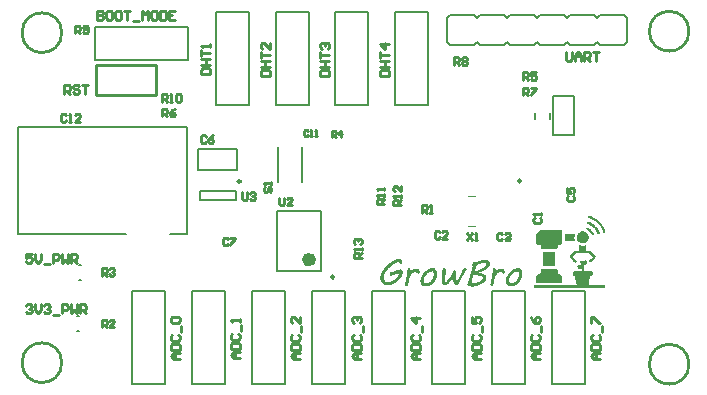
<source format=gto>
G04 Layer_Color=15132400*
%FSAX24Y24*%
%MOIN*%
G70*
G01*
G75*
%ADD10C,0.0080*%
%ADD35C,0.0100*%
%ADD37C,0.0050*%
%ADD60C,0.0236*%
%ADD61C,0.0098*%
%ADD62C,0.0079*%
%ADD63C,0.0060*%
%ADD64C,0.0059*%
%ADD65C,0.0039*%
G36*
X026641Y034957D02*
X026660Y034953D01*
X026662D01*
X026663Y034951D01*
X026675Y034947D01*
X026687Y034942D01*
X026702Y034933D01*
X026704D01*
X026706Y034931D01*
X026713Y034923D01*
X026724Y034914D01*
X026734Y034901D01*
X026736Y034897D01*
X026741Y034888D01*
X026745Y034875D01*
X026747Y034859D01*
Y034857D01*
Y034853D01*
Y034846D01*
X026745Y034836D01*
Y034834D01*
X026743Y034833D01*
X026741Y034827D01*
X026739Y034818D01*
Y034816D01*
X026737Y034812D01*
X026734Y034807D01*
X026730Y034801D01*
X026732D01*
Y034799D01*
X026730Y034797D01*
X026728Y034794D01*
X026723Y034792D01*
X026708D01*
X026700Y034794D01*
X026691Y034796D01*
X026680Y034801D01*
X026678Y034803D01*
X026673Y034807D01*
X026665Y034812D01*
X026658Y034820D01*
X026656Y034822D01*
X026650Y034827D01*
X026643Y034833D01*
X026636Y034840D01*
X026634Y034842D01*
X026628Y034846D01*
X026621Y034847D01*
X026612Y034849D01*
X026593D01*
X026588Y034847D01*
X026576Y034844D01*
X026563Y034840D01*
X026549Y034834D01*
X026532Y034829D01*
X026493Y034810D01*
X026491Y034809D01*
X026484Y034805D01*
X026475Y034799D01*
X026460Y034792D01*
X026445Y034781D01*
X026426Y034770D01*
X026388Y034742D01*
X026386Y034740D01*
X026378Y034735D01*
X026367Y034727D01*
X026354Y034716D01*
X026339Y034701D01*
X026323Y034686D01*
X026286Y034651D01*
X026284Y034649D01*
X026278Y034644D01*
X026269Y034633D01*
X026258Y034620D01*
X026243Y034605D01*
X026230Y034588D01*
X026201Y034549D01*
X026199Y034548D01*
X026195Y034540D01*
X026188Y034529D01*
X026180Y034516D01*
X026169Y034499D01*
X026160Y034481D01*
X026141Y034440D01*
Y034438D01*
X026138Y034431D01*
X026134Y034420D01*
X026130Y034407D01*
X026127Y034392D01*
X026123Y034374D01*
X026121Y034355D01*
X026119Y034337D01*
Y034335D01*
Y034329D01*
X026121Y034322D01*
Y034312D01*
X026127Y034290D01*
X026138Y034266D01*
X026140Y034264D01*
X026141Y034261D01*
X026147Y034255D01*
X026153Y034248D01*
X026169Y034229D01*
X026193Y034207D01*
X026195Y034205D01*
X026204Y034200D01*
X026217Y034194D01*
X026234Y034187D01*
X026236D01*
X026238Y034185D01*
X026247Y034183D01*
X026262Y034181D01*
X026277Y034179D01*
X026280D01*
X026291Y034181D01*
X026306Y034183D01*
X026325Y034187D01*
X026327D01*
X026328Y034188D01*
X026341Y034192D01*
X026356Y034200D01*
X026375Y034209D01*
X026377D01*
X026378Y034211D01*
X026391Y034218D01*
X026406Y034225D01*
X026425Y034237D01*
X026426D01*
X026428Y034238D01*
X026439Y034246D01*
X026454Y034255D01*
X026471Y034264D01*
X026475Y034266D01*
X026482Y034272D01*
X026493Y034281D01*
X026508Y034292D01*
X026525Y034307D01*
X026543Y034324D01*
X026562Y034342D01*
X026578Y034362D01*
X026580Y034364D01*
X026586Y034374D01*
X026593Y034385D01*
X026604Y034399D01*
X026615Y034418D01*
X026628Y034438D01*
X026650Y034483D01*
X026652Y034485D01*
X026654Y034488D01*
Y034490D01*
Y034494D01*
X026656Y034496D01*
Y034498D01*
X026654D01*
X026650Y034496D01*
X026641Y034494D01*
X026630Y034490D01*
X026626Y034488D01*
X026617Y034486D01*
X026604Y034481D01*
X026588Y034475D01*
X026586D01*
X026584Y034474D01*
X026573Y034470D01*
X026558Y034466D01*
X026538Y034459D01*
X026536D01*
X026534Y034457D01*
X026521Y034453D01*
X026506Y034448D01*
X026488Y034440D01*
X026486D01*
X026484Y034438D01*
X026475Y034437D01*
X026462Y034431D01*
X026447Y034427D01*
X026445D01*
X026438Y034424D01*
X026430Y034422D01*
X026423Y034420D01*
X026421Y034418D01*
X026412Y034414D01*
X026408Y034412D01*
X026399Y034409D01*
X026397D01*
X026395Y034407D01*
X026386Y034403D01*
X026382D01*
X026377Y034401D01*
X026369D01*
X026362Y034403D01*
X026352Y034405D01*
X026351Y034407D01*
X026347Y034409D01*
X026336Y034420D01*
X026334Y034422D01*
X026332Y034425D01*
X026328Y034433D01*
X026325Y034440D01*
Y034442D01*
X026323Y034448D01*
X026321Y034455D01*
Y034462D01*
Y034464D01*
Y034466D01*
X026323Y034477D01*
X026327Y034490D01*
X026334Y034503D01*
X026336Y034505D01*
X026343Y034512D01*
X026354Y034518D01*
X026367Y034525D01*
X026369D01*
X026371Y034527D01*
X026380Y034529D01*
X026393Y034533D01*
X026408Y034535D01*
X026412D01*
X026419Y034536D01*
X026430D01*
X026441Y034538D01*
X026443D01*
X026449Y034540D01*
X026451D01*
X026452Y034542D01*
X026460Y034544D01*
X026462D01*
X026465Y034546D01*
X026475Y034549D01*
X026476D01*
X026478Y034551D01*
X026486D01*
X026488Y034553D01*
X026495Y034555D01*
X026504Y034561D01*
X026519Y034566D01*
X026521D01*
X026523Y034568D01*
X026534Y034572D01*
X026550Y034577D01*
X026569Y034585D01*
X026571D01*
X026575Y034586D01*
X026580Y034588D01*
X026586Y034592D01*
X026604Y034598D01*
X026623Y034603D01*
X026625D01*
X026628Y034605D01*
X026639Y034607D01*
X026654Y034609D01*
X026671Y034610D01*
X026684D01*
X026695Y034607D01*
X026708Y034603D01*
X026712Y034601D01*
X026719Y034598D01*
X026728Y034592D01*
X026737Y034583D01*
X026739Y034581D01*
X026745Y034575D01*
X026750Y034566D01*
X026756Y034555D01*
X026758Y034551D01*
X026760Y034544D01*
X026762Y034533D01*
X026763Y034518D01*
Y034516D01*
Y034512D01*
X026762Y034501D01*
Y034499D01*
X026760Y034496D01*
Y034488D01*
X026758Y034479D01*
Y034475D01*
X026754Y034468D01*
X026750Y034455D01*
X026745Y034438D01*
X026736Y034420D01*
X026726Y034398D01*
X026702Y034353D01*
X026700Y034351D01*
X026695Y034344D01*
X026687Y034333D01*
X026678Y034318D01*
X026665Y034301D01*
X026649Y034285D01*
X026632Y034266D01*
X026613Y034248D01*
X026612Y034246D01*
X026604Y034240D01*
X026595Y034231D01*
X026580Y034220D01*
X026565Y034205D01*
X026545Y034192D01*
X026525Y034177D01*
X026502Y034163D01*
X026501Y034161D01*
X026491Y034157D01*
X026480Y034150D01*
X026465Y034142D01*
X026447Y034133D01*
X026425Y034124D01*
X026378Y034103D01*
X026373Y034101D01*
X026365Y034098D01*
X026354Y034094D01*
X026352D01*
X026345Y034092D01*
X026334Y034090D01*
X026323Y034087D01*
X026321D01*
X026314Y034085D01*
X026302Y034083D01*
X026291Y034079D01*
X026282D01*
X026275Y034077D01*
X026238D01*
X026225Y034079D01*
X026223D01*
X026215Y034081D01*
X026206D01*
X026197Y034083D01*
X026195D01*
X026191Y034085D01*
X026178Y034089D01*
X026177D01*
X026175Y034090D01*
X026165Y034094D01*
X026164D01*
X026160Y034098D01*
X026153Y034101D01*
X026145Y034105D01*
X026123Y034118D01*
X026101Y034133D01*
X026099Y034135D01*
X026097Y034137D01*
X026084Y034148D01*
X026069Y034163D01*
X026053Y034183D01*
Y034185D01*
X026049Y034188D01*
X026045Y034194D01*
X026041Y034201D01*
X026030Y034224D01*
X026019Y034248D01*
Y034250D01*
X026017Y034253D01*
X026016Y034261D01*
X026014Y034270D01*
X026012Y034283D01*
X026010Y034296D01*
X026008Y034325D01*
Y034327D01*
Y034333D01*
Y034342D01*
X026010Y034353D01*
X026012Y034368D01*
X026014Y034383D01*
X026023Y034418D01*
Y034420D01*
X026027Y034427D01*
X026029Y034437D01*
X026034Y034449D01*
X026040Y034464D01*
X026047Y034481D01*
X026064Y034516D01*
X026066Y034518D01*
X026069Y034525D01*
X026073Y034535D01*
X026080Y034548D01*
X026090Y034562D01*
X026099Y034579D01*
X026123Y034614D01*
X026125Y034616D01*
X026128Y034623D01*
X026136Y034633D01*
X026145Y034646D01*
X026156Y034659D01*
X026169Y034675D01*
X026197Y034709D01*
X026199Y034710D01*
X026204Y034716D01*
X026212Y034725D01*
X026223Y034736D01*
X026236Y034747D01*
X026249Y034762D01*
X026280Y034790D01*
X026282Y034792D01*
X026288Y034797D01*
X026297Y034805D01*
X026308Y034814D01*
X026321Y034823D01*
X026336Y034836D01*
X026367Y034859D01*
X026369D01*
X026371Y034862D01*
X026377Y034864D01*
X026384Y034870D01*
X026402Y034881D01*
X026423Y034894D01*
X026425D01*
X026428Y034897D01*
X026434Y034901D01*
X026441Y034905D01*
X026462Y034916D01*
X026484Y034927D01*
X026486D01*
X026489Y034929D01*
X026495Y034933D01*
X026504Y034936D01*
X026525Y034944D01*
X026547Y034951D01*
X026549D01*
X026552Y034953D01*
X026560Y034955D01*
X026567Y034957D01*
X026588Y034958D01*
X026612Y034960D01*
X026626D01*
X026641Y034957D01*
D02*
G37*
G36*
X029829Y034651D02*
X029836Y034648D01*
X029838Y034646D01*
X029842Y034642D01*
X029847Y034636D01*
X029853Y034629D01*
X029855Y034627D01*
X029856Y034622D01*
X029860Y034614D01*
X029862Y034603D01*
Y034601D01*
X029864Y034594D01*
Y034583D01*
Y034572D01*
Y034570D01*
Y034566D01*
Y034559D01*
X029862Y034551D01*
Y034549D01*
Y034546D01*
Y034536D01*
X029866Y034540D01*
X029873Y034548D01*
X029884Y034561D01*
X029897Y034573D01*
X029899D01*
X029901Y034577D01*
X029910Y034585D01*
X029923Y034596D01*
X029938Y034607D01*
X029940D01*
X029942Y034609D01*
X029953Y034616D01*
X029967Y034623D01*
X029984Y034631D01*
X029986D01*
X029988Y034633D01*
X029999Y034636D01*
X030016Y034638D01*
X030034Y034640D01*
X030040D01*
X030053Y034638D01*
X030054D01*
X030060Y034636D01*
X030067Y034635D01*
X030075Y034633D01*
X030077D01*
X030082Y034631D01*
X030090Y034629D01*
X030099Y034625D01*
X030101Y034623D01*
X030106Y034622D01*
X030116Y034616D01*
X030125Y034610D01*
X030127D01*
X030128Y034609D01*
X030136Y034601D01*
X030147Y034588D01*
X030158Y034573D01*
Y034572D01*
X030160Y034570D01*
X030166Y034559D01*
X030169Y034544D01*
X030171Y034527D01*
Y034525D01*
Y034522D01*
X030169Y034514D01*
X030167Y034507D01*
Y034505D01*
X030166Y034499D01*
X030164Y034494D01*
X030158Y034486D01*
X030156Y034485D01*
X030154Y034483D01*
X030143Y034474D01*
X030141D01*
X030138Y034472D01*
X030132Y034470D01*
X030125Y034468D01*
X030117D01*
X030110Y034470D01*
X030099Y034472D01*
X030097Y034474D01*
X030090Y034475D01*
X030082Y034481D01*
X030075Y034486D01*
X030073Y034488D01*
X030066Y034496D01*
Y034498D01*
X030064Y034499D01*
X030058Y034509D01*
Y034511D01*
X030056Y034512D01*
X030051Y034522D01*
Y034523D01*
X030049Y034525D01*
X030045Y034529D01*
X030043Y034531D01*
X030021D01*
X030014Y034529D01*
X029993Y034523D01*
X029973Y034514D01*
X029971D01*
X029967Y034512D01*
X029964Y034509D01*
X029956Y034505D01*
X029940Y034492D01*
X029921Y034477D01*
X029919Y034475D01*
X029917Y034474D01*
X029906Y034462D01*
X029892Y034448D01*
X029877Y034429D01*
Y034427D01*
X029873Y034425D01*
X029866Y034414D01*
X029853Y034399D01*
X029842Y034383D01*
Y034381D01*
X029840Y034374D01*
X029836Y034364D01*
X029834Y034351D01*
X029829Y034335D01*
X029825Y034318D01*
X029814Y034277D01*
Y034275D01*
X029812Y034268D01*
X029808Y034257D01*
X029805Y034242D01*
X029801Y034225D01*
X029795Y034205D01*
X029784Y034163D01*
Y034146D01*
Y034142D01*
Y034135D01*
Y034124D01*
X029782Y034109D01*
Y034105D01*
Y034098D01*
X029780Y034087D01*
X029777Y034076D01*
X029775D01*
X029771Y034072D01*
X029766Y034068D01*
X029756Y034064D01*
X029755Y034063D01*
X029749Y034061D01*
X029740Y034059D01*
X029729Y034057D01*
X029725D01*
X029714Y034059D01*
X029701Y034063D01*
X029690Y034072D01*
X029688Y034076D01*
X029684Y034083D01*
X029681Y034096D01*
X029679Y034111D01*
Y034113D01*
Y034116D01*
Y034124D01*
X029681Y034131D01*
Y034133D01*
X029682Y034138D01*
X029684Y034148D01*
X029686Y034159D01*
X029688Y034172D01*
X029692Y034188D01*
X029699Y034224D01*
Y034225D01*
X029701Y034233D01*
X029703Y034242D01*
X029706Y034257D01*
X029708Y034272D01*
X029712Y034288D01*
X029719Y034327D01*
Y034329D01*
X029721Y034337D01*
X029723Y034346D01*
X029727Y034359D01*
X029729Y034375D01*
X029732Y034392D01*
X029740Y034429D01*
Y034431D01*
X029742Y034438D01*
X029743Y034448D01*
X029747Y034461D01*
X029749Y034475D01*
X029753Y034490D01*
X029758Y034522D01*
Y034523D01*
Y034525D01*
Y034531D01*
Y034533D01*
Y034535D01*
Y034542D01*
Y034546D01*
Y034553D01*
Y034566D01*
X029760Y034579D01*
Y034581D01*
Y034583D01*
X029762Y034592D01*
X029766Y034603D01*
X029768Y034614D01*
Y034616D01*
X029769Y034618D01*
X029773Y034627D01*
X029777Y034638D01*
X029782Y034646D01*
X029784Y034648D01*
X029788Y034651D01*
X029797Y034653D01*
X029808Y034655D01*
X029819D01*
X029829Y034651D01*
D02*
G37*
G36*
X031799Y034638D02*
X031855D01*
X031866Y034635D01*
X031892D01*
X031899Y034633D01*
X031901D01*
X031908Y034624D01*
X031912Y034618D01*
X031917Y034609D01*
Y034607D01*
Y034598D01*
X031919Y034589D01*
Y034569D01*
Y034558D01*
Y034549D01*
Y034544D01*
Y034542D01*
Y034482D01*
X031941Y034476D01*
X031970Y034469D01*
X031995Y034458D01*
X032003Y034453D01*
X032008Y034449D01*
X032012Y034447D01*
X032015Y034444D01*
X032035Y034427D01*
X032052Y034407D01*
X032057Y034398D01*
X032061Y034391D01*
X032066Y034387D01*
Y034384D01*
X032070Y034371D01*
X032075Y034360D01*
X032077Y034351D01*
Y034347D01*
Y034338D01*
X032079Y034324D01*
Y034296D01*
Y034280D01*
Y034269D01*
Y034260D01*
Y034258D01*
X032081Y034160D01*
X031201D01*
X031204Y034258D01*
Y034282D01*
Y034300D01*
Y034316D01*
Y034329D01*
X031206Y034338D01*
Y034342D01*
Y034347D01*
X031208Y034362D01*
X031212Y034373D01*
X031215Y034382D01*
X031217Y034384D01*
X031232Y034409D01*
X031248Y034429D01*
X031261Y034440D01*
X031266Y034444D01*
X031268D01*
X031292Y034460D01*
X031315Y034469D01*
X031326Y034473D01*
X031332D01*
X031337Y034476D01*
X031339D01*
X031361Y034482D01*
Y034542D01*
Y034558D01*
Y034571D01*
X031364Y034582D01*
Y034591D01*
X031366Y034602D01*
Y034607D01*
X031370Y034618D01*
X031375Y034627D01*
X031379Y034631D01*
X031381Y034633D01*
X031390Y034635D01*
X031419D01*
X031437Y034638D01*
X031479D01*
X031526Y034640D01*
X031775D01*
X031799Y034638D01*
D02*
G37*
G36*
X029542Y034925D02*
X029564Y034921D01*
X029566D01*
X029569Y034920D01*
X029575D01*
X029582Y034918D01*
X029599Y034910D01*
X029618Y034901D01*
X029619D01*
X029621Y034899D01*
X029631Y034892D01*
X029644Y034881D01*
X029655Y034866D01*
Y034864D01*
X029656Y034862D01*
X029662Y034851D01*
X029668Y034834D01*
X029669Y034812D01*
Y034810D01*
Y034803D01*
X029668Y034794D01*
X029666Y034781D01*
X029662Y034766D01*
X029656Y034749D01*
X029649Y034733D01*
X029640Y034716D01*
X029638Y034714D01*
X029634Y034709D01*
X029629Y034701D01*
X029619Y034690D01*
X029608Y034677D01*
X029595Y034664D01*
X029579Y034651D01*
X029560Y034636D01*
X029558Y034635D01*
X029551Y034631D01*
X029540Y034623D01*
X029525Y034614D01*
X029507Y034603D01*
X029486Y034592D01*
X029460Y034579D01*
X029434Y034566D01*
X029431Y034564D01*
X029421Y034561D01*
X029407Y034555D01*
X029388Y034548D01*
X029364Y034538D01*
X029336Y034527D01*
X029307Y034516D01*
X029273Y034505D01*
X029277D01*
X029284Y034503D01*
X029299Y034501D01*
X029316Y034498D01*
X029334Y034494D01*
X029355Y034490D01*
X029395Y034479D01*
X029397D01*
X029405Y034477D01*
X029414Y034474D01*
X029425Y034470D01*
X029453Y034459D01*
X029481Y034444D01*
X029482D01*
X029486Y034440D01*
X029494Y034437D01*
X029501Y034431D01*
X029518Y034416D01*
X029532Y034398D01*
Y034396D01*
X029534Y034394D01*
X029538Y034388D01*
X029542Y034381D01*
X029547Y034362D01*
X029549Y034340D01*
Y034338D01*
Y034333D01*
X029547Y034324D01*
X029545Y034312D01*
X029544Y034300D01*
X029538Y034285D01*
X029532Y034268D01*
X029523Y034251D01*
X029521Y034250D01*
X029518Y034244D01*
X029512Y034235D01*
X029503Y034224D01*
X029492Y034211D01*
X029477Y034196D01*
X029460Y034179D01*
X029440Y034164D01*
X029436Y034163D01*
X029429Y034157D01*
X029416Y034150D01*
X029397Y034138D01*
X029395D01*
X029394Y034137D01*
X029383Y034129D01*
X029364Y034120D01*
X029344Y034109D01*
X029342D01*
X029338Y034107D01*
X029333Y034103D01*
X029325Y034101D01*
X029305Y034092D01*
X029281Y034083D01*
X029279D01*
X029275Y034081D01*
X029270Y034079D01*
X029260Y034076D01*
X029240Y034068D01*
X029216Y034061D01*
X029214D01*
X029210Y034059D01*
X029203Y034057D01*
X029196Y034055D01*
X029175Y034050D01*
X029151Y034044D01*
X029149D01*
X029146Y034042D01*
X029140D01*
X029133Y034040D01*
X029112Y034039D01*
X029092Y034037D01*
X029077D01*
X029068Y034039D01*
X029066D01*
X029062Y034040D01*
X029049Y034046D01*
X029047Y034048D01*
X029044Y034050D01*
X029033Y034061D01*
X029031Y034063D01*
X029027Y034066D01*
X029023Y034074D01*
X029016Y034083D01*
X029014Y034081D01*
X029007Y034077D01*
X028996Y034072D01*
X028985Y034068D01*
X028983D01*
X028975Y034066D01*
X028964Y034064D01*
X028933D01*
X028927Y034068D01*
X028925Y034070D01*
X028920Y034074D01*
Y034076D01*
X028918Y034077D01*
X028914Y034085D01*
Y034087D01*
Y034089D01*
X028912Y034096D01*
Y034098D01*
Y034101D01*
Y034107D01*
X028914Y034114D01*
X028916Y034135D01*
X028922Y034155D01*
Y034157D01*
X028923Y034161D01*
X028925Y034166D01*
X028927Y034172D01*
X028935Y034190D01*
X028942Y034211D01*
Y034213D01*
X028946Y034220D01*
X028948Y034229D01*
X028953Y034244D01*
X028957Y034259D01*
X028962Y034277D01*
X028975Y034318D01*
Y034320D01*
X028979Y034327D01*
X028983Y034338D01*
X028986Y034353D01*
X028992Y034372D01*
X028998Y034390D01*
X029010Y034433D01*
Y034435D01*
X029014Y034442D01*
X029016Y034453D01*
X029022Y034468D01*
X029025Y034485D01*
X029031Y034503D01*
X029042Y034544D01*
Y034546D01*
X029044Y034553D01*
X029047Y034564D01*
X029051Y034577D01*
X029055Y034594D01*
X029060Y034612D01*
X029070Y034649D01*
X029086Y034720D01*
Y034722D01*
Y034725D01*
X029085Y034729D01*
Y034731D01*
Y034735D01*
X029083Y034747D01*
Y034749D01*
Y034755D01*
Y034768D01*
Y034775D01*
X029085Y034786D01*
X029086Y034792D01*
X029090Y034799D01*
X029092Y034809D01*
X029094Y034810D01*
X029096Y034818D01*
X029099Y034825D01*
X029105Y034834D01*
X029107Y034836D01*
X029110Y034842D01*
X029116Y034849D01*
X029123Y034855D01*
X029125Y034857D01*
X029129Y034860D01*
X029136Y034862D01*
X029144Y034864D01*
X029159D01*
X029170Y034862D01*
X029179D01*
X029190Y034860D01*
X029212D01*
X029214Y034862D01*
X029225Y034864D01*
X029227D01*
X029231Y034866D01*
X029238Y034870D01*
X029247Y034871D01*
X029249Y034873D01*
X029259Y034875D01*
X029270Y034879D01*
X029286Y034884D01*
X029288D01*
X029292Y034886D01*
X029299Y034888D01*
X029307Y034892D01*
X029327Y034897D01*
X029347Y034903D01*
X029349D01*
X029353Y034905D01*
X029358Y034907D01*
X029366Y034908D01*
X029383Y034914D01*
X029403Y034918D01*
X029405D01*
X029407Y034920D01*
X029420Y034921D01*
X029434Y034923D01*
X029453Y034925D01*
X029457D01*
X029468Y034927D01*
X029523D01*
X029542Y034925D01*
D02*
G37*
G36*
X030602Y034664D02*
X030613Y034662D01*
X030638Y034657D01*
X030650Y034649D01*
X030663Y034642D01*
X030665Y034640D01*
X030669Y034638D01*
X030675Y034633D01*
X030684Y034625D01*
X030691Y034616D01*
X030700Y034605D01*
X030710Y034592D01*
X030719Y034577D01*
X030721Y034575D01*
X030723Y034570D01*
X030726Y034561D01*
X030730Y034551D01*
X030732Y034549D01*
X030734Y034544D01*
X030736Y034535D01*
X030739Y034523D01*
X030741Y034522D01*
X030743Y034514D01*
X030745Y034505D01*
X030747Y034494D01*
Y034490D01*
X030749Y034483D01*
Y034472D01*
Y034457D01*
Y034455D01*
Y034449D01*
Y034438D01*
X030747Y034427D01*
X030745Y034412D01*
X030743Y034396D01*
X030734Y034359D01*
Y034357D01*
X030732Y034351D01*
X030728Y034340D01*
X030723Y034329D01*
X030717Y034314D01*
X030710Y034298D01*
X030691Y034262D01*
X030689Y034261D01*
X030686Y034255D01*
X030680Y034246D01*
X030673Y034235D01*
X030662Y034220D01*
X030650Y034205D01*
X030623Y034172D01*
X030621Y034170D01*
X030615Y034164D01*
X030608Y034157D01*
X030597Y034146D01*
X030584Y034135D01*
X030569Y034122D01*
X030536Y034094D01*
X030534Y034092D01*
X030530Y034090D01*
X030523Y034087D01*
X030513Y034081D01*
X030502Y034076D01*
X030491Y034070D01*
X030462Y034059D01*
X030460D01*
X030454Y034057D01*
X030447Y034055D01*
X030436Y034053D01*
X030423Y034050D01*
X030408Y034048D01*
X030375Y034046D01*
X030358D01*
X030347Y034048D01*
X030321Y034051D01*
X030293Y034059D01*
X030291D01*
X030288Y034061D01*
X030282Y034064D01*
X030273Y034068D01*
X030254Y034077D01*
X030236Y034092D01*
Y034094D01*
X030232Y034096D01*
X030228Y034101D01*
X030223Y034109D01*
X030212Y034126D01*
X030203Y034148D01*
Y034150D01*
X030201Y034153D01*
X030199Y034161D01*
X030197Y034168D01*
X030195Y034179D01*
X030193Y034192D01*
X030191Y034220D01*
Y034222D01*
Y034227D01*
Y034235D01*
X030193Y034244D01*
Y034257D01*
X030197Y034270D01*
X030203Y034301D01*
Y034303D01*
X030204Y034309D01*
X030206Y034316D01*
X030210Y034325D01*
X030214Y034337D01*
X030217Y034350D01*
X030230Y034379D01*
Y034381D01*
X030234Y034387D01*
X030238Y034394D01*
X030243Y034405D01*
X030251Y034418D01*
X030260Y034433D01*
X030280Y034462D01*
X030282Y034464D01*
X030286Y034470D01*
X030293Y034477D01*
X030301Y034488D01*
X030312Y034501D01*
X030325Y034516D01*
X030354Y034546D01*
X030356Y034548D01*
X030362Y034553D01*
X030371Y034561D01*
X030384Y034570D01*
X030399Y034583D01*
X030415Y034596D01*
X030454Y034622D01*
X030456Y034623D01*
X030462Y034625D01*
X030469Y034629D01*
X030482Y034633D01*
X030484D01*
X030486Y034635D01*
X030495Y034636D01*
X030508Y034640D01*
X030521Y034642D01*
X030523Y034644D01*
X030525Y034646D01*
X030530Y034649D01*
X030538Y034655D01*
X030547Y034659D01*
X030558Y034662D01*
X030571Y034664D01*
X030586Y034666D01*
X030593D01*
X030602Y034664D01*
D02*
G37*
G36*
X027759D02*
X027770Y034662D01*
X027794Y034657D01*
X027807Y034649D01*
X027820Y034642D01*
X027822Y034640D01*
X027826Y034638D01*
X027831Y034633D01*
X027841Y034625D01*
X027848Y034616D01*
X027857Y034605D01*
X027867Y034592D01*
X027876Y034577D01*
X027878Y034575D01*
X027880Y034570D01*
X027883Y034561D01*
X027887Y034551D01*
X027889Y034549D01*
X027891Y034544D01*
X027892Y034535D01*
X027896Y034523D01*
X027898Y034522D01*
X027900Y034514D01*
X027902Y034505D01*
X027904Y034494D01*
Y034490D01*
X027905Y034483D01*
Y034472D01*
Y034457D01*
Y034455D01*
Y034449D01*
Y034438D01*
X027904Y034427D01*
X027902Y034412D01*
X027900Y034396D01*
X027891Y034359D01*
Y034357D01*
X027889Y034351D01*
X027885Y034340D01*
X027880Y034329D01*
X027874Y034314D01*
X027867Y034298D01*
X027848Y034262D01*
X027846Y034261D01*
X027842Y034255D01*
X027837Y034246D01*
X027830Y034235D01*
X027818Y034220D01*
X027807Y034205D01*
X027780Y034172D01*
X027778Y034170D01*
X027772Y034164D01*
X027765Y034157D01*
X027754Y034146D01*
X027741Y034135D01*
X027726Y034122D01*
X027693Y034094D01*
X027691Y034092D01*
X027687Y034090D01*
X027680Y034087D01*
X027670Y034081D01*
X027659Y034076D01*
X027648Y034070D01*
X027619Y034059D01*
X027617D01*
X027611Y034057D01*
X027604Y034055D01*
X027593Y034053D01*
X027580Y034050D01*
X027565Y034048D01*
X027532Y034046D01*
X027515D01*
X027504Y034048D01*
X027478Y034051D01*
X027450Y034059D01*
X027448D01*
X027445Y034061D01*
X027439Y034064D01*
X027430Y034068D01*
X027411Y034077D01*
X027393Y034092D01*
Y034094D01*
X027389Y034096D01*
X027385Y034101D01*
X027380Y034109D01*
X027369Y034126D01*
X027359Y034148D01*
Y034150D01*
X027358Y034153D01*
X027356Y034161D01*
X027354Y034168D01*
X027352Y034179D01*
X027350Y034192D01*
X027348Y034220D01*
Y034222D01*
Y034227D01*
Y034235D01*
X027350Y034244D01*
Y034257D01*
X027354Y034270D01*
X027359Y034301D01*
Y034303D01*
X027361Y034309D01*
X027363Y034316D01*
X027367Y034325D01*
X027370Y034337D01*
X027374Y034350D01*
X027387Y034379D01*
Y034381D01*
X027391Y034387D01*
X027395Y034394D01*
X027400Y034405D01*
X027408Y034418D01*
X027417Y034433D01*
X027437Y034462D01*
X027439Y034464D01*
X027443Y034470D01*
X027450Y034477D01*
X027457Y034488D01*
X027469Y034501D01*
X027482Y034516D01*
X027511Y034546D01*
X027513Y034548D01*
X027519Y034553D01*
X027528Y034561D01*
X027541Y034570D01*
X027556Y034583D01*
X027572Y034596D01*
X027611Y034622D01*
X027613Y034623D01*
X027619Y034625D01*
X027626Y034629D01*
X027639Y034633D01*
X027641D01*
X027643Y034635D01*
X027652Y034636D01*
X027665Y034640D01*
X027678Y034642D01*
X027680Y034644D01*
X027681Y034646D01*
X027687Y034649D01*
X027694Y034655D01*
X027704Y034659D01*
X027715Y034662D01*
X027728Y034664D01*
X027743Y034666D01*
X027750D01*
X027759Y034664D01*
D02*
G37*
G36*
X026985Y034651D02*
X026993Y034648D01*
X026995Y034646D01*
X026998Y034642D01*
X027004Y034636D01*
X027010Y034629D01*
X027011Y034627D01*
X027013Y034622D01*
X027017Y034614D01*
X027019Y034603D01*
Y034601D01*
X027021Y034594D01*
Y034583D01*
Y034572D01*
Y034570D01*
Y034566D01*
Y034559D01*
X027019Y034551D01*
Y034549D01*
Y034546D01*
Y034536D01*
X027023Y034540D01*
X027030Y034548D01*
X027041Y034561D01*
X027054Y034573D01*
X027056D01*
X027058Y034577D01*
X027067Y034585D01*
X027080Y034596D01*
X027095Y034607D01*
X027097D01*
X027098Y034609D01*
X027109Y034616D01*
X027124Y034623D01*
X027141Y034631D01*
X027143D01*
X027145Y034633D01*
X027156Y034636D01*
X027172Y034638D01*
X027191Y034640D01*
X027196D01*
X027209Y034638D01*
X027211D01*
X027217Y034636D01*
X027224Y034635D01*
X027232Y034633D01*
X027234D01*
X027239Y034631D01*
X027246Y034629D01*
X027256Y034625D01*
X027258Y034623D01*
X027263Y034622D01*
X027272Y034616D01*
X027282Y034610D01*
X027283D01*
X027285Y034609D01*
X027293Y034601D01*
X027304Y034588D01*
X027315Y034573D01*
Y034572D01*
X027317Y034570D01*
X027322Y034559D01*
X027326Y034544D01*
X027328Y034527D01*
Y034525D01*
Y034522D01*
X027326Y034514D01*
X027324Y034507D01*
Y034505D01*
X027322Y034499D01*
X027321Y034494D01*
X027315Y034486D01*
X027313Y034485D01*
X027311Y034483D01*
X027300Y034474D01*
X027298D01*
X027295Y034472D01*
X027289Y034470D01*
X027282Y034468D01*
X027274D01*
X027267Y034470D01*
X027256Y034472D01*
X027254Y034474D01*
X027246Y034475D01*
X027239Y034481D01*
X027232Y034486D01*
X027230Y034488D01*
X027222Y034496D01*
Y034498D01*
X027221Y034499D01*
X027215Y034509D01*
Y034511D01*
X027213Y034512D01*
X027208Y034522D01*
Y034523D01*
X027206Y034525D01*
X027202Y034529D01*
X027200Y034531D01*
X027178D01*
X027171Y034529D01*
X027150Y034523D01*
X027130Y034514D01*
X027128D01*
X027124Y034512D01*
X027121Y034509D01*
X027113Y034505D01*
X027097Y034492D01*
X027078Y034477D01*
X027076Y034475D01*
X027074Y034474D01*
X027063Y034462D01*
X027048Y034448D01*
X027034Y034429D01*
Y034427D01*
X027030Y034425D01*
X027023Y034414D01*
X027010Y034399D01*
X026998Y034383D01*
Y034381D01*
X026997Y034374D01*
X026993Y034364D01*
X026991Y034351D01*
X026985Y034335D01*
X026982Y034318D01*
X026971Y034277D01*
Y034275D01*
X026969Y034268D01*
X026965Y034257D01*
X026961Y034242D01*
X026958Y034225D01*
X026952Y034205D01*
X026941Y034163D01*
Y034146D01*
Y034142D01*
Y034135D01*
Y034124D01*
X026939Y034109D01*
Y034105D01*
Y034098D01*
X026937Y034087D01*
X026934Y034076D01*
X026932D01*
X026928Y034072D01*
X026923Y034068D01*
X026913Y034064D01*
X026911Y034063D01*
X026906Y034061D01*
X026897Y034059D01*
X026886Y034057D01*
X026882D01*
X026871Y034059D01*
X026858Y034063D01*
X026847Y034072D01*
X026845Y034076D01*
X026841Y034083D01*
X026837Y034096D01*
X026836Y034111D01*
Y034113D01*
Y034116D01*
Y034124D01*
X026837Y034131D01*
Y034133D01*
X026839Y034138D01*
X026841Y034148D01*
X026843Y034159D01*
X026845Y034172D01*
X026848Y034188D01*
X026856Y034224D01*
Y034225D01*
X026858Y034233D01*
X026860Y034242D01*
X026863Y034257D01*
X026865Y034272D01*
X026869Y034288D01*
X026876Y034327D01*
Y034329D01*
X026878Y034337D01*
X026880Y034346D01*
X026884Y034359D01*
X026886Y034375D01*
X026889Y034392D01*
X026897Y034429D01*
Y034431D01*
X026898Y034438D01*
X026900Y034448D01*
X026904Y034461D01*
X026906Y034475D01*
X026910Y034490D01*
X026915Y034522D01*
Y034523D01*
Y034525D01*
Y034531D01*
Y034533D01*
Y034535D01*
Y034542D01*
Y034546D01*
Y034553D01*
Y034566D01*
X026917Y034579D01*
Y034581D01*
Y034583D01*
X026919Y034592D01*
X026923Y034603D01*
X026924Y034614D01*
Y034616D01*
X026926Y034618D01*
X026930Y034627D01*
X026934Y034638D01*
X026939Y034646D01*
X026941Y034648D01*
X026945Y034651D01*
X026954Y034653D01*
X026965Y034655D01*
X026976D01*
X026985Y034651D01*
D02*
G37*
G36*
X028846Y034664D02*
X028857Y034660D01*
X028870Y034651D01*
X028872Y034649D01*
X028877Y034642D01*
X028883Y034631D01*
X028885Y034616D01*
Y034614D01*
Y034610D01*
X028883Y034605D01*
X028881Y034598D01*
Y034596D01*
X028879Y034590D01*
X028877Y034583D01*
X028874Y034575D01*
X028670Y034216D01*
X028653Y034187D01*
X028651Y034183D01*
X028648Y034176D01*
X028642Y034163D01*
X028635Y034150D01*
X028633Y034148D01*
X028629Y034140D01*
X028622Y034129D01*
X028614Y034118D01*
X028613Y034116D01*
X028607Y034111D01*
X028600Y034103D01*
X028588Y034098D01*
X028587Y034096D01*
X028579Y034094D01*
X028570Y034092D01*
X028559Y034090D01*
X028555D01*
X028544Y034092D01*
X028531Y034096D01*
X028516Y034103D01*
X028513Y034105D01*
X028505Y034113D01*
X028496Y034122D01*
X028485Y034135D01*
Y034137D01*
X028483Y034138D01*
X028477Y034148D01*
X028470Y034161D01*
X028463Y034177D01*
Y034179D01*
X028461Y034181D01*
X028457Y034192D01*
X028453Y034205D01*
X028450Y034220D01*
X028427Y034316D01*
X028426Y034314D01*
X028422Y034311D01*
X028414Y034303D01*
X028413Y034301D01*
X028407Y034294D01*
X028398Y034283D01*
X028387Y034270D01*
X028383Y034266D01*
X028376Y034257D01*
X028364Y034244D01*
X028350Y034227D01*
Y034225D01*
X028346Y034224D01*
X028339Y034213D01*
X028326Y034198D01*
X028313Y034181D01*
Y034179D01*
X028309Y034177D01*
X028302Y034168D01*
X028290Y034155D01*
X028279Y034140D01*
X028277Y034138D01*
X028270Y034131D01*
X028263Y034124D01*
X028255Y034116D01*
X028253Y034114D01*
X028250Y034113D01*
X028244Y034107D01*
X028237Y034101D01*
X028235Y034100D01*
X028231Y034098D01*
X028218Y034089D01*
X028216D01*
X028213Y034085D01*
X028202Y034079D01*
X028200D01*
X028198Y034077D01*
X028189Y034076D01*
X028181D01*
X028174Y034077D01*
X028165D01*
X028144Y034083D01*
X028122Y034094D01*
X028120D01*
X028118Y034098D01*
X028107Y034107D01*
X028092Y034122D01*
X028079Y034142D01*
Y034144D01*
X028078Y034148D01*
X028074Y034153D01*
X028072Y034163D01*
X028065Y034185D01*
X028059Y034211D01*
Y034213D01*
Y034216D01*
X028057Y034224D01*
Y034235D01*
X028055Y034259D01*
X028054Y034287D01*
Y034288D01*
Y034292D01*
Y034300D01*
Y034307D01*
Y034329D01*
X028055Y034353D01*
Y034355D01*
Y034359D01*
X028057Y034366D01*
Y034374D01*
X028061Y034396D01*
X028063Y034420D01*
Y034422D01*
X028065Y034425D01*
Y034433D01*
X028066Y034440D01*
X028070Y034461D01*
X028074Y034483D01*
Y034485D01*
X028076Y034488D01*
Y034494D01*
X028078Y034501D01*
X028079Y034522D01*
X028083Y034542D01*
Y034544D01*
Y034551D01*
Y034553D01*
Y034557D01*
Y034566D01*
Y034581D01*
Y034583D01*
Y034588D01*
Y034599D01*
Y034601D01*
X028085Y034603D01*
X028087Y034610D01*
Y034612D01*
X028089Y034614D01*
X028092Y034623D01*
X028100Y034635D01*
X028109Y034642D01*
X028111Y034644D01*
X028118Y034648D01*
X028129Y034649D01*
X028142Y034651D01*
X028153D01*
X028163Y034649D01*
X028172Y034646D01*
X028174Y034644D01*
X028179Y034642D01*
X028187Y034636D01*
X028192Y034631D01*
X028194Y034629D01*
X028196Y034625D01*
X028200Y034618D01*
X028202Y034609D01*
Y034607D01*
X028203Y034601D01*
X028205Y034594D01*
Y034583D01*
Y034581D01*
Y034575D01*
Y034573D01*
Y034566D01*
Y034564D01*
X028203Y034562D01*
Y034555D01*
X028202Y034546D01*
Y034544D01*
X028200Y034536D01*
X028198Y034525D01*
X028196Y034512D01*
Y034509D01*
X028194Y034501D01*
X028192Y034488D01*
X028189Y034472D01*
Y034468D01*
X028187Y034459D01*
X028185Y034446D01*
X028181Y034431D01*
Y034427D01*
X028179Y034420D01*
X028178Y034409D01*
X028174Y034398D01*
Y034396D01*
Y034390D01*
X028172Y034383D01*
Y034377D01*
Y034375D01*
X028170Y034374D01*
Y034368D01*
X028168Y034361D01*
Y034359D01*
X028166Y034353D01*
Y034346D01*
X028165Y034335D01*
Y034333D01*
X028163Y034325D01*
Y034314D01*
X028161Y034301D01*
Y034298D01*
Y034290D01*
Y034281D01*
Y034268D01*
Y034266D01*
Y034259D01*
Y034248D01*
Y034237D01*
Y034235D01*
X028163Y034227D01*
X028165Y034220D01*
X028166Y034211D01*
Y034209D01*
X028168Y034205D01*
X028174Y034192D01*
X028176D01*
X028178Y034190D01*
X028181Y034188D01*
X028187Y034187D01*
X028189D01*
X028190Y034188D01*
X028196Y034190D01*
X028203Y034194D01*
X028205Y034196D01*
X028211Y034200D01*
X028218Y034207D01*
X028226Y034216D01*
X028228Y034218D01*
X028233Y034224D01*
X028240Y034233D01*
X028250Y034242D01*
X028252Y034244D01*
X028257Y034250D01*
X028268Y034264D01*
X028270Y034266D01*
X028276Y034274D01*
X028283Y034283D01*
X028292Y034294D01*
X028303Y034309D01*
X028314Y034325D01*
X028340Y034362D01*
X028342Y034364D01*
X028346Y034372D01*
X028353Y034381D01*
X028361Y034394D01*
X028370Y034409D01*
X028381Y034427D01*
X028401Y034464D01*
Y034466D01*
X028403Y034468D01*
X028407Y034477D01*
X028413Y034490D01*
X028418Y034505D01*
Y034507D01*
X028420Y034509D01*
X028422Y034518D01*
X028426Y034529D01*
X028431Y034542D01*
X028433Y034546D01*
X028437Y034551D01*
X028444Y034561D01*
X028453Y034568D01*
X028457Y034570D01*
X028464Y034573D01*
X028479Y034577D01*
X028498Y034579D01*
X028500D01*
X028507Y034577D01*
X028516Y034575D01*
X028527Y034568D01*
X028529Y034566D01*
X028537Y034561D01*
X028544Y034553D01*
X028550Y034540D01*
Y034538D01*
Y034536D01*
X028548Y034525D01*
X028546Y034511D01*
X028544Y034494D01*
Y034492D01*
Y034490D01*
X028542Y034479D01*
X028540Y034464D01*
X028537Y034446D01*
Y034444D01*
Y034442D01*
X028535Y034431D01*
X028533Y034414D01*
X028531Y034396D01*
Y034394D01*
Y034392D01*
Y034381D01*
X028529Y034366D01*
Y034350D01*
Y034348D01*
Y034344D01*
Y034337D01*
X028531Y034327D01*
X028533Y034307D01*
X028537Y034283D01*
Y034281D01*
X028538Y034277D01*
X028540Y034272D01*
X028542Y034266D01*
X028551Y034248D01*
X028564Y034231D01*
X028566Y034233D01*
X028568Y034237D01*
X028574Y034242D01*
X028579Y034251D01*
X028594Y034272D01*
X028611Y034298D01*
X028613Y034300D01*
X028614Y034305D01*
X028620Y034312D01*
X028625Y034322D01*
X028633Y034335D01*
X028640Y034348D01*
X028657Y034377D01*
X028659Y034379D01*
X028661Y034385D01*
X028664Y034392D01*
X028670Y034403D01*
X028677Y034414D01*
X028685Y034429D01*
X028700Y034459D01*
X028701Y034461D01*
X028703Y034466D01*
X028707Y034474D01*
X028712Y034485D01*
X028724Y034509D01*
X028737Y034538D01*
X028738Y034540D01*
Y034542D01*
Y034544D01*
Y034549D01*
Y034555D01*
Y034559D01*
X028740Y034566D01*
X028744Y034579D01*
X028749Y034594D01*
Y034596D01*
X028751Y034598D01*
X028757Y034607D01*
X028764Y034618D01*
X028774Y034629D01*
X028775Y034633D01*
X028783Y034638D01*
X028792Y034648D01*
X028803Y034655D01*
X028807Y034657D01*
X028812Y034660D01*
X028822Y034664D01*
X028831Y034666D01*
X028835D01*
X028846Y034664D01*
D02*
G37*
G36*
X031841Y034720D02*
X031439D01*
Y034840D01*
Y034875D01*
Y034902D01*
Y034924D01*
Y034940D01*
Y034949D01*
Y034955D01*
Y034960D01*
Y035200D01*
X031841D01*
Y034720D01*
D02*
G37*
G36*
X032935Y036002D02*
X032952Y035993D01*
X032983Y035971D01*
X032999Y035962D01*
X033010Y035953D01*
X033017Y035946D01*
X033019Y035944D01*
X033039Y035926D01*
X033057Y035906D01*
X033072Y035889D01*
X033086Y035873D01*
X033097Y035860D01*
X033103Y035849D01*
X033108Y035842D01*
X033110Y035840D01*
X033114Y035826D01*
X033119Y035818D01*
X033121Y035811D01*
X033123Y035809D01*
X033128Y035800D01*
X033130Y035795D01*
Y035791D01*
X033128Y035780D01*
X033123Y035771D01*
X033119Y035766D01*
X033117Y035764D01*
X033108Y035760D01*
X033101Y035755D01*
X033094Y035753D01*
X033092D01*
X033081Y035755D01*
X033072Y035760D01*
X033066Y035762D01*
X033063Y035764D01*
X033052Y035775D01*
X033043Y035789D01*
X033037Y035802D01*
X033034Y035804D01*
Y035806D01*
X033021Y035831D01*
X033006Y035851D01*
X032992Y035864D01*
X032990Y035866D01*
X032988Y035869D01*
X032963Y035889D01*
X032941Y035904D01*
X032932Y035911D01*
X032926Y035915D01*
X032921Y035920D01*
X032919D01*
X032908Y035926D01*
X032899Y035933D01*
X032895Y035935D01*
X032892Y035938D01*
X032886Y035944D01*
X032881Y035949D01*
X032877Y035951D01*
X032875Y035960D01*
Y035969D01*
X032879Y035984D01*
X032886Y035993D01*
X032888Y035995D01*
X032895Y036002D01*
X032899Y036004D01*
X032901Y036006D01*
X032903D01*
X032912Y036009D01*
X032917D01*
X032935Y036002D01*
D02*
G37*
G36*
X032455Y035798D02*
X032506D01*
X032495Y035764D01*
X032492Y035753D01*
X032490Y035742D01*
X032488Y035733D01*
Y035731D01*
X032486Y035715D01*
X032483Y035698D01*
Y035684D01*
Y035680D01*
Y035678D01*
Y035655D01*
X032486Y035638D01*
X032488Y035629D01*
Y035624D01*
X032490Y035611D01*
X032492Y035602D01*
X032495Y035593D01*
Y035591D01*
X032506Y035560D01*
X032161Y035558D01*
Y035620D01*
Y035638D01*
Y035651D01*
Y035660D01*
Y035669D01*
Y035673D01*
Y035675D01*
Y035678D01*
Y035800D01*
X032455Y035798D01*
D02*
G37*
G36*
X032990Y036395D02*
X033006Y036393D01*
X033019Y036391D01*
X033021Y036389D01*
X033023D01*
X033066Y036375D01*
X033106Y036358D01*
X033141Y036340D01*
X033174Y036322D01*
X033201Y036306D01*
X033223Y036293D01*
X033237Y036284D01*
X033239Y036280D01*
X033241D01*
X033279Y036251D01*
X033312Y036220D01*
X033341Y036191D01*
X033368Y036164D01*
X033388Y036140D01*
X033401Y036122D01*
X033412Y036109D01*
X033414Y036106D01*
Y036104D01*
X033439Y036062D01*
X033450Y036042D01*
X033461Y036024D01*
X033470Y036006D01*
X033477Y035993D01*
X033479Y035984D01*
X033481Y035982D01*
X033490Y035958D01*
X033499Y035935D01*
X033506Y035918D01*
X033510Y035900D01*
X033512Y035886D01*
X033514Y035878D01*
X033517Y035871D01*
Y035869D01*
Y035855D01*
X033514Y035844D01*
X033512Y035838D01*
X033510Y035835D01*
X033501Y035829D01*
X033492Y035824D01*
X033483Y035822D01*
X033481D01*
X033470Y035824D01*
X033459Y035829D01*
X033454Y035833D01*
X033452Y035835D01*
X033448Y035842D01*
X033443Y035849D01*
X033437Y035866D01*
X033432Y035882D01*
X033430Y035886D01*
Y035889D01*
X033410Y035944D01*
X033386Y035993D01*
X033359Y036038D01*
X033332Y036075D01*
X033310Y036106D01*
X033290Y036129D01*
X033283Y036138D01*
X033277Y036144D01*
X033274Y036146D01*
X033272Y036149D01*
X033228Y036186D01*
X033183Y036220D01*
X033139Y036246D01*
X033099Y036269D01*
X033061Y036286D01*
X033046Y036293D01*
X033034Y036298D01*
X033023Y036302D01*
X033015Y036304D01*
X033010Y036306D01*
X033008D01*
X032994Y036313D01*
X032983Y036318D01*
X032977Y036322D01*
X032975D01*
X032963Y036326D01*
X032957Y036331D01*
X032952Y036333D01*
X032948Y036342D01*
X032946Y036351D01*
Y036358D01*
Y036360D01*
X032948Y036371D01*
X032950Y036380D01*
X032954Y036384D01*
X032957Y036386D01*
X032963Y036393D01*
X032970Y036395D01*
X032977Y036398D01*
X032979D01*
X032990Y036395D01*
D02*
G37*
G36*
X032959Y036200D02*
X032975Y036198D01*
X032988Y036193D01*
X032990Y036191D01*
X032992D01*
X033030Y036175D01*
X033066Y036155D01*
X033097Y036135D01*
X033126Y036115D01*
X033148Y036098D01*
X033163Y036084D01*
X033174Y036075D01*
X033179Y036071D01*
X033208Y036040D01*
X033232Y036009D01*
X033254Y035980D01*
X033272Y035951D01*
X033286Y035926D01*
X033297Y035906D01*
X033303Y035893D01*
X033306Y035891D01*
Y035889D01*
X033310Y035875D01*
X033314Y035862D01*
X033317Y035853D01*
X033319Y035851D01*
X033323Y035840D01*
X033326Y035833D01*
Y035829D01*
Y035826D01*
X033321Y035811D01*
X033314Y035802D01*
X033308Y035795D01*
X033306Y035793D01*
X033292Y035789D01*
X033277D01*
X033268Y035791D01*
X033263Y035793D01*
X033257Y035802D01*
X033250Y035813D01*
X033248Y035822D01*
X033246Y035826D01*
X033228Y035866D01*
X033210Y035900D01*
X033192Y035931D01*
X033174Y035955D01*
X033159Y035978D01*
X033146Y035991D01*
X033137Y036002D01*
X033134Y036004D01*
X033106Y036029D01*
X033077Y036053D01*
X033046Y036073D01*
X033017Y036089D01*
X032992Y036102D01*
X032972Y036111D01*
X032959Y036118D01*
X032957Y036120D01*
X032954D01*
X032946Y036124D01*
X032937Y036126D01*
X032932Y036131D01*
X032930D01*
X032923Y036138D01*
X032919Y036140D01*
X032917Y036142D01*
X032912Y036151D01*
X032910Y036160D01*
X032912Y036175D01*
X032917Y036186D01*
X032919Y036189D01*
Y036191D01*
X032928Y036198D01*
X032937Y036200D01*
X032943Y036202D01*
X032946D01*
X032959Y036200D01*
D02*
G37*
G36*
X032790Y035875D02*
X032810Y035871D01*
X032826Y035866D01*
X032841Y035860D01*
X032852Y035855D01*
X032861Y035849D01*
X032868Y035846D01*
X032870Y035844D01*
X032899Y035820D01*
X032921Y035793D01*
X032928Y035782D01*
X032935Y035773D01*
X032937Y035766D01*
X032939Y035764D01*
X032948Y035749D01*
X032952Y035735D01*
X032954Y035726D01*
Y035724D01*
X032957Y035711D01*
Y035695D01*
Y035682D01*
Y035680D01*
Y035678D01*
Y035658D01*
X032954Y035642D01*
Y035633D01*
Y035631D01*
X032950Y035620D01*
X032946Y035607D01*
X032941Y035598D01*
X032939Y035595D01*
Y035593D01*
X032926Y035569D01*
X032912Y035551D01*
X032903Y035540D01*
X032899Y035535D01*
X032879Y035520D01*
X032861Y035509D01*
X032846Y035500D01*
X032843Y035498D01*
X032841D01*
X032826Y035491D01*
X032815Y035487D01*
X032808Y035484D01*
X032806D01*
X032792Y035482D01*
X032741D01*
X032726Y035484D01*
X032715D01*
X032703Y035487D01*
X032690Y035491D01*
X032681Y035495D01*
X032679Y035498D01*
X032655Y035511D01*
X032637Y035522D01*
X032626Y035531D01*
X032621Y035535D01*
X032606Y035553D01*
X032592Y035573D01*
X032583Y035587D01*
X032581Y035591D01*
Y035593D01*
X032572Y035609D01*
X032568Y035622D01*
X032566Y035629D01*
Y035631D01*
X032563Y035644D01*
X032561Y035660D01*
Y035673D01*
Y035675D01*
Y035678D01*
Y035698D01*
X032563Y035711D01*
X032566Y035720D01*
Y035722D01*
X032568Y035735D01*
X032572Y035746D01*
X032577Y035755D01*
X032579Y035760D01*
X032583Y035771D01*
X032590Y035780D01*
X032595Y035786D01*
X032597Y035789D01*
X032603Y035800D01*
X032608Y035809D01*
X032612Y035813D01*
X032615Y035815D01*
X032630Y035829D01*
X032643Y035840D01*
X032657Y035846D01*
X032659Y035849D01*
X032661D01*
X032681Y035860D01*
X032697Y035869D01*
X032710Y035873D01*
X032712Y035875D01*
X032739D01*
X032750Y035878D01*
X032770D01*
X032790Y035875D01*
D02*
G37*
G36*
X032081Y035891D02*
Y035682D01*
Y035644D01*
Y035611D01*
Y035584D01*
Y035558D01*
Y035538D01*
X032079Y035520D01*
Y035504D01*
Y035491D01*
Y035482D01*
Y035475D01*
X032077Y035464D01*
Y035460D01*
X032070Y035453D01*
X032061Y035449D01*
X032055Y035444D01*
X032052D01*
X032043Y035442D01*
X032032D01*
X032010Y035440D01*
X031919D01*
Y035375D01*
Y035358D01*
Y035344D01*
X031917Y035333D01*
Y035322D01*
Y035315D01*
X031915Y035311D01*
Y035307D01*
X031910Y035295D01*
X031904Y035289D01*
X031899Y035284D01*
X031888D01*
X031875Y035282D01*
X031799D01*
X031755Y035280D01*
X031486D01*
X031466Y035282D01*
X031408D01*
X031392Y035284D01*
X031384D01*
X031375Y035289D01*
X031370Y035298D01*
X031366Y035304D01*
Y035307D01*
X031364Y035315D01*
Y035327D01*
X031361Y035349D01*
Y035360D01*
Y035367D01*
Y035373D01*
Y035375D01*
Y035440D01*
X031257D01*
X031248Y035442D01*
X031235D01*
X031221Y035447D01*
X031215Y035451D01*
X031210Y035455D01*
X031208Y035458D01*
X031206Y035460D01*
Y035467D01*
X031204Y035478D01*
Y035491D01*
Y035493D01*
Y035495D01*
Y035511D01*
X031201Y035527D01*
Y035564D01*
Y035580D01*
Y035593D01*
Y035602D01*
Y035604D01*
Y035635D01*
Y035660D01*
Y035682D01*
Y035698D01*
X031204Y035709D01*
Y035718D01*
Y035722D01*
Y035724D01*
X031206Y035746D01*
X031208Y035762D01*
X031210Y035771D01*
Y035773D01*
X031226Y035809D01*
X031244Y035838D01*
X031266Y035862D01*
X031290Y035880D01*
X031310Y035893D01*
X031328Y035902D01*
X031341Y035906D01*
X031344Y035909D01*
X031346D01*
X031352Y035911D01*
X031364D01*
X031375Y035913D01*
X031388D01*
X031401Y035915D01*
X031437D01*
X031455Y035918D01*
X031497D01*
X031546Y035920D01*
X032055D01*
X032081Y035891D01*
D02*
G37*
G36*
X032881Y035240D02*
X033019D01*
X033108Y035149D01*
X033139Y035118D01*
X033161Y035093D01*
X033179Y035075D01*
X033190Y035062D01*
X033197Y035055D01*
X033199Y035049D01*
X033201Y035047D01*
X033199Y035033D01*
X033192Y035020D01*
X033186Y035011D01*
X033183Y035009D01*
Y035007D01*
X033174Y034998D01*
X033161Y034984D01*
X033134Y034958D01*
X033121Y034944D01*
X033110Y034933D01*
X033103Y034927D01*
X033101Y034924D01*
X033081Y034904D01*
X033066Y034889D01*
X033054Y034878D01*
X033043Y034869D01*
X033037Y034862D01*
X033032Y034858D01*
X033028Y034853D01*
X033015Y034844D01*
X033006Y034840D01*
X032999D01*
X032988Y034842D01*
X032979Y034847D01*
X032975Y034849D01*
X032972Y034851D01*
X032963Y034860D01*
X032961Y034869D01*
X032959Y034878D01*
Y034880D01*
X032961Y034887D01*
X032966Y034895D01*
X032970Y034902D01*
X032972Y034904D01*
X032979Y034913D01*
X032988Y034922D01*
X033006Y034944D01*
X033015Y034953D01*
X033023Y034962D01*
X033028Y034967D01*
X033030Y034969D01*
X033103Y035038D01*
X032983Y035158D01*
X032539D01*
X032419Y035038D01*
X032490Y034969D01*
X032506Y034953D01*
X032517Y034940D01*
X032528Y034929D01*
X032535Y034920D01*
X032546Y034909D01*
X032548Y034904D01*
X032555Y034893D01*
X032559Y034887D01*
Y034882D01*
Y034880D01*
X032557Y034869D01*
X032552Y034860D01*
X032550Y034853D01*
X032548Y034851D01*
X032539Y034844D01*
X032530Y034842D01*
X032521Y034840D01*
X032519D01*
X032510Y034842D01*
X032501Y034847D01*
X032495Y034851D01*
X032492Y034853D01*
X032483Y034860D01*
X032472Y034871D01*
X032448Y034895D01*
X032437Y034907D01*
X032428Y034915D01*
X032421Y034922D01*
X032419Y034924D01*
X032399Y034944D01*
X032381Y034962D01*
X032368Y034978D01*
X032357Y034989D01*
X032348Y034995D01*
X032343Y035002D01*
X032339Y035007D01*
X032328Y035022D01*
X032323Y035035D01*
X032321Y035044D01*
Y035047D01*
Y035049D01*
X032323Y035053D01*
X032335Y035067D01*
X032350Y035082D01*
X032366Y035102D01*
X032383Y035120D01*
X032397Y035133D01*
X032408Y035144D01*
X032412Y035149D01*
X032503Y035240D01*
X032641D01*
Y035284D01*
Y035298D01*
Y035309D01*
Y035318D01*
Y035324D01*
Y035329D01*
Y035331D01*
Y035424D01*
X032675Y035413D01*
X032686Y035409D01*
X032697Y035407D01*
X032706Y035404D01*
X032708D01*
X032723Y035402D01*
X032783D01*
X032799Y035404D01*
X032812D01*
X032826Y035407D01*
X032837Y035409D01*
X032846Y035413D01*
X032848D01*
X032877Y035424D01*
X032881Y035240D01*
D02*
G37*
G36*
X032875Y034907D02*
X032877D01*
X032881Y034904D01*
X032886Y034900D01*
X032888Y034898D01*
X032890Y034895D01*
X032895Y034884D01*
Y034880D01*
Y034878D01*
Y034869D01*
X032892Y034858D01*
Y034849D01*
Y034847D01*
Y034844D01*
X032890Y034831D01*
X032888Y034820D01*
X032886Y034811D01*
Y034809D01*
X032881Y034800D01*
X032879Y034791D01*
X032875Y034789D01*
Y034787D01*
X032868Y034775D01*
X032857Y034767D01*
X032835Y034753D01*
X032826Y034751D01*
X032817Y034749D01*
X032810Y034747D01*
X032808D01*
X032795Y034744D01*
X032788Y034742D01*
X032783Y034740D01*
Y034738D01*
Y034731D01*
Y034724D01*
X032786Y034715D01*
Y034713D01*
X032790Y034680D01*
X032803Y034562D01*
X033061Y034555D01*
X033074Y034540D01*
X033081Y034533D01*
X033086Y034527D01*
X033088Y034520D01*
Y034518D01*
Y034513D01*
X033090Y034504D01*
Y034489D01*
Y034473D01*
Y034469D01*
Y034467D01*
Y034449D01*
X033088Y034433D01*
X033086Y034422D01*
Y034413D01*
X033083Y034409D01*
X033081Y034404D01*
Y034402D01*
X033072Y034393D01*
X033063Y034387D01*
X033048Y034380D01*
X033032Y034376D01*
X033006D01*
X032975Y034169D01*
X032970Y034147D01*
X032966Y034129D01*
X032961Y034113D01*
X032959Y034104D01*
Y034098D01*
X032957Y034091D01*
Y034089D01*
Y034087D01*
X032959Y034084D01*
X032966Y034082D01*
X032972D01*
X032988Y034080D01*
X033497D01*
X033508Y034067D01*
X033514Y034058D01*
X033517Y034047D01*
Y034038D01*
Y034031D01*
X033510Y034018D01*
X033508Y034016D01*
Y034013D01*
X033497Y034002D01*
X031146D01*
X031132Y034013D01*
X031126Y034024D01*
X031124Y034033D01*
Y034042D01*
Y034051D01*
X031130Y034062D01*
X031132Y034064D01*
Y034067D01*
X031146Y034080D01*
X032486D01*
X032503Y034082D01*
X032528D01*
X032539Y034084D01*
X032546D01*
X032555Y034087D01*
X032559Y034089D01*
X032557Y034091D01*
X032555Y034098D01*
Y034107D01*
X032552Y034118D01*
X032550Y034131D01*
X032548Y034144D01*
X032546Y034153D01*
X032543Y034162D01*
Y034164D01*
X032508Y034376D01*
X032492D01*
X032479Y034378D01*
X032468Y034380D01*
X032459Y034382D01*
X032457Y034384D01*
X032446Y034391D01*
X032439Y034398D01*
X032435Y034402D01*
X032432Y034404D01*
X032430Y034411D01*
X032428Y034418D01*
Y034424D01*
Y034427D01*
X032426Y034440D01*
Y034456D01*
Y034467D01*
Y034469D01*
Y034471D01*
Y034527D01*
X032459Y034558D01*
X032743D01*
Y034595D01*
Y034607D01*
Y034615D01*
X032741Y034622D01*
Y034627D01*
X032739Y034631D01*
X032732D01*
X032726Y034629D01*
X032717Y034627D01*
X032715D01*
X032699Y034622D01*
X032686Y034620D01*
X032661D01*
X032655Y034622D01*
X032648D01*
X032646Y034624D01*
X032643D01*
X032632Y034631D01*
X032623Y034638D01*
X032608Y034655D01*
X032601Y034664D01*
X032597Y034673D01*
X032592Y034678D01*
Y034680D01*
X032583Y034693D01*
X032579Y034702D01*
X032572Y034718D01*
X032570Y034727D01*
Y034729D01*
X032572Y034735D01*
X032577Y034740D01*
X032588Y034749D01*
X032599Y034755D01*
X032601Y034758D01*
X032603D01*
X032617Y034762D01*
X032626Y034764D01*
X032632Y034767D01*
X032635D01*
X032643Y034769D01*
X032655Y034771D01*
X032695D01*
X032703Y034769D01*
X032710D01*
X032712Y034767D01*
X032715D01*
Y034769D01*
Y034773D01*
X032710Y034784D01*
X032703Y034798D01*
X032701Y034800D01*
Y034802D01*
X032688Y034824D01*
X032677Y034842D01*
X032670Y034851D01*
X032668Y034853D01*
X032659Y034862D01*
X032657Y034871D01*
X032655Y034878D01*
Y034880D01*
Y034891D01*
X032659Y034898D01*
X032663Y034900D01*
X032666Y034902D01*
X032675Y034907D01*
X032681D01*
X032688Y034904D01*
X032690D01*
X032695Y034900D01*
X032701Y034895D01*
X032715Y034882D01*
X032726Y034869D01*
X032728Y034867D01*
X032730Y034864D01*
X032735Y034858D01*
X032739D01*
X032741Y034860D01*
X032743Y034867D01*
X032748Y034875D01*
X032755Y034882D01*
X032757Y034884D01*
X032770Y034893D01*
X032783Y034898D01*
X032815Y034907D01*
X032830D01*
X032841Y034909D01*
X032870D01*
X032875Y034907D01*
D02*
G37*
%LPC*%
G36*
X027755Y034559D02*
Y034557D01*
X027752Y034555D01*
X027744Y034544D01*
X027743D01*
X027741Y034540D01*
X027735Y034536D01*
X027728Y034533D01*
X027726D01*
X027720Y034529D01*
X027711Y034527D01*
X027698Y034523D01*
X027694D01*
X027685Y034522D01*
X027670Y034520D01*
X027650Y034516D01*
X027646Y034514D01*
X027637Y034511D01*
X027624Y034503D01*
X027609Y034494D01*
X027606Y034492D01*
X027596Y034485D01*
X027583Y034475D01*
X027569Y034462D01*
X027565Y034459D01*
X027557Y034451D01*
X027544Y034438D01*
X027532Y034422D01*
Y034420D01*
X027528Y034418D01*
X027520Y034409D01*
X027509Y034394D01*
X027498Y034377D01*
Y034375D01*
X027496Y034374D01*
X027491Y034364D01*
X027483Y034350D01*
X027474Y034333D01*
Y034331D01*
X027472Y034329D01*
X027469Y034320D01*
X027463Y034307D01*
X027459Y034294D01*
Y034292D01*
X027457Y034285D01*
X027456Y034275D01*
X027454Y034266D01*
Y034264D01*
Y034259D01*
Y034251D01*
Y034242D01*
Y034238D01*
Y034231D01*
X027456Y034218D01*
X027457Y034205D01*
X027459Y034203D01*
X027461Y034196D01*
X027467Y034185D01*
X027474Y034176D01*
X027476Y034174D01*
X027483Y034170D01*
X027493Y034163D01*
X027504Y034157D01*
X027507Y034155D01*
X027515Y034153D01*
X027530Y034151D01*
X027546Y034150D01*
X027554D01*
X027563Y034151D01*
X027574Y034153D01*
X027602Y034159D01*
X027617Y034164D01*
X027631Y034172D01*
X027633Y034174D01*
X027639Y034176D01*
X027646Y034181D01*
X027656Y034188D01*
X027678Y034207D01*
X027702Y034231D01*
X027704Y034233D01*
X027707Y034237D01*
X027713Y034244D01*
X027720Y034253D01*
X027728Y034264D01*
X027737Y034277D01*
X027754Y034307D01*
X027755Y034309D01*
X027757Y034314D01*
X027761Y034322D01*
X027765Y034331D01*
X027774Y034355D01*
X027783Y034381D01*
Y034383D01*
X027785Y034385D01*
X027787Y034394D01*
X027789Y034407D01*
X027793Y034420D01*
Y034422D01*
Y034424D01*
X027794Y034433D01*
X027796Y034444D01*
Y034455D01*
Y034459D01*
Y034464D01*
X027794Y034475D01*
X027791Y034485D01*
X027789Y034486D01*
X027787Y034494D01*
X027781Y034503D01*
X027776Y034516D01*
Y034518D01*
X027772Y034522D01*
X027768Y034529D01*
X027765Y034536D01*
Y034538D01*
X027761Y034544D01*
X027759Y034551D01*
X027755Y034559D01*
D02*
G37*
G36*
X029477Y034820D02*
X029442D01*
X029421Y034816D01*
X029394Y034812D01*
X029392D01*
X029388Y034810D01*
X029381Y034809D01*
X029371Y034807D01*
X029347Y034801D01*
X029320Y034794D01*
X029318D01*
X029314Y034792D01*
X029307Y034790D01*
X029299Y034786D01*
X029279Y034779D01*
X029257Y034768D01*
X029255D01*
X029253Y034766D01*
X029242Y034760D01*
X029229Y034751D01*
X029220Y034742D01*
X029218Y034738D01*
X029216Y034735D01*
X029214Y034727D01*
Y034725D01*
X029212Y034722D01*
X029210Y034714D01*
X029207Y034705D01*
Y034703D01*
X029205Y034697D01*
X029201Y034690D01*
X029197Y034681D01*
Y034679D01*
X029196Y034675D01*
X029194Y034670D01*
X029190Y034664D01*
Y034662D01*
X029188Y034660D01*
X029186Y034655D01*
X029184Y034646D01*
Y034644D01*
X029183Y034638D01*
X029179Y034629D01*
X029175Y034616D01*
Y034612D01*
X029172Y034605D01*
X029168Y034594D01*
X029164Y034579D01*
Y034575D01*
X029160Y034566D01*
X029157Y034553D01*
X029151Y034536D01*
X029153D01*
X029157Y034538D01*
X029164Y034540D01*
X029173Y034544D01*
X029196Y034551D01*
X029221Y034562D01*
X029223D01*
X029229Y034564D01*
X029236Y034568D01*
X029246Y034572D01*
X029271Y034583D01*
X029299Y034594D01*
X029301D01*
X029307Y034598D01*
X029314Y034601D01*
X029325Y034605D01*
X029336Y034610D01*
X029351Y034618D01*
X029381Y034631D01*
X029383Y034633D01*
X029388Y034635D01*
X029395Y034638D01*
X029407Y034644D01*
X029418Y034649D01*
X029432Y034657D01*
X029462Y034672D01*
X029460D01*
X029462Y034673D01*
X029470Y034677D01*
X029479Y034683D01*
X029490Y034690D01*
X029492Y034692D01*
X029499Y034697D01*
X029507Y034705D01*
X029516Y034714D01*
X029518Y034716D01*
X029521Y034723D01*
X029527Y034731D01*
X029532Y034742D01*
X029534Y034744D01*
X029536Y034751D01*
X029538Y034760D01*
X029540Y034770D01*
Y034772D01*
Y034775D01*
X029536Y034788D01*
Y034790D01*
X029532Y034794D01*
X029529Y034799D01*
X029523Y034805D01*
X029521Y034807D01*
X029518Y034809D01*
X029508Y034812D01*
X029499Y034816D01*
X029497D01*
X029490Y034818D01*
X029477Y034820D01*
D02*
G37*
G36*
X030599Y034559D02*
Y034557D01*
X030595Y034555D01*
X030588Y034544D01*
X030586D01*
X030584Y034540D01*
X030578Y034536D01*
X030571Y034533D01*
X030569D01*
X030563Y034529D01*
X030554Y034527D01*
X030541Y034523D01*
X030538D01*
X030528Y034522D01*
X030513Y034520D01*
X030493Y034516D01*
X030489Y034514D01*
X030480Y034511D01*
X030467Y034503D01*
X030452Y034494D01*
X030449Y034492D01*
X030439Y034485D01*
X030426Y034475D01*
X030412Y034462D01*
X030408Y034459D01*
X030401Y034451D01*
X030388Y034438D01*
X030375Y034422D01*
Y034420D01*
X030371Y034418D01*
X030364Y034409D01*
X030352Y034394D01*
X030341Y034377D01*
Y034375D01*
X030339Y034374D01*
X030334Y034364D01*
X030327Y034350D01*
X030317Y034333D01*
Y034331D01*
X030315Y034329D01*
X030312Y034320D01*
X030306Y034307D01*
X030302Y034294D01*
Y034292D01*
X030301Y034285D01*
X030299Y034275D01*
X030297Y034266D01*
Y034264D01*
Y034259D01*
Y034251D01*
Y034242D01*
Y034238D01*
Y034231D01*
X030299Y034218D01*
X030301Y034205D01*
X030302Y034203D01*
X030304Y034196D01*
X030310Y034185D01*
X030317Y034176D01*
X030319Y034174D01*
X030327Y034170D01*
X030336Y034163D01*
X030347Y034157D01*
X030351Y034155D01*
X030358Y034153D01*
X030373Y034151D01*
X030389Y034150D01*
X030397D01*
X030406Y034151D01*
X030417Y034153D01*
X030445Y034159D01*
X030460Y034164D01*
X030475Y034172D01*
X030476Y034174D01*
X030482Y034176D01*
X030489Y034181D01*
X030499Y034188D01*
X030521Y034207D01*
X030545Y034231D01*
X030547Y034233D01*
X030550Y034237D01*
X030556Y034244D01*
X030563Y034253D01*
X030571Y034264D01*
X030580Y034277D01*
X030597Y034307D01*
X030599Y034309D01*
X030600Y034314D01*
X030604Y034322D01*
X030608Y034331D01*
X030617Y034355D01*
X030626Y034381D01*
Y034383D01*
X030628Y034385D01*
X030630Y034394D01*
X030632Y034407D01*
X030636Y034420D01*
Y034422D01*
Y034424D01*
X030638Y034433D01*
X030639Y034444D01*
Y034455D01*
Y034459D01*
Y034464D01*
X030638Y034475D01*
X030634Y034485D01*
X030632Y034486D01*
X030630Y034494D01*
X030625Y034503D01*
X030619Y034516D01*
Y034518D01*
X030615Y034522D01*
X030612Y034529D01*
X030608Y034536D01*
Y034538D01*
X030604Y034544D01*
X030602Y034551D01*
X030599Y034559D01*
D02*
G37*
G36*
X029122Y034437D02*
X029120Y034433D01*
X029118Y034424D01*
X029112Y034409D01*
X029107Y034390D01*
X029101Y034370D01*
X029094Y034346D01*
X029081Y034294D01*
Y034290D01*
X029077Y034283D01*
X029075Y034268D01*
X029070Y034251D01*
X029064Y034231D01*
X029059Y034207D01*
X029046Y034157D01*
X029086Y034151D01*
X029101D01*
X029110Y034150D01*
X029127D01*
X029138Y034151D01*
X029155Y034155D01*
X029175Y034159D01*
X029177D01*
X029181Y034161D01*
X029186Y034163D01*
X029194Y034164D01*
X029214Y034170D01*
X029236Y034176D01*
X029238D01*
X029242Y034177D01*
X029247Y034179D01*
X029257Y034183D01*
X029277Y034190D01*
X029299Y034200D01*
X029301D01*
X029305Y034201D01*
X029312Y034205D01*
X029320Y034209D01*
X029340Y034220D01*
X029362Y034231D01*
X029364Y034233D01*
X029370Y034237D01*
X029377Y034242D01*
X029386Y034248D01*
X029388Y034250D01*
X029394Y034255D01*
X029401Y034262D01*
X029410Y034272D01*
X029412Y034274D01*
X029416Y034279D01*
X029421Y034288D01*
X029427Y034298D01*
X029429Y034300D01*
X029431Y034307D01*
X029432Y034316D01*
X029434Y034327D01*
Y034329D01*
Y034331D01*
X029431Y034342D01*
X029423Y034355D01*
X029418Y034362D01*
X029408Y034368D01*
X029407D01*
X029405Y034372D01*
X029397Y034374D01*
X029390Y034379D01*
X029381Y034383D01*
X029370Y034388D01*
X029342Y034396D01*
X029340D01*
X029336Y034398D01*
X029331D01*
X029320Y034399D01*
X029318D01*
X029310Y034401D01*
X029297Y034405D01*
X029283Y034407D01*
X029279D01*
X029268Y034409D01*
X029253Y034412D01*
X029236Y034414D01*
X029233D01*
X029221Y034416D01*
X029207Y034420D01*
X029188Y034422D01*
X029186D01*
X029184Y034424D01*
X029175Y034425D01*
X029162Y034427D01*
X029147Y034429D01*
X029144D01*
X029138Y034431D01*
X029129Y034435D01*
X029122Y034437D01*
D02*
G37*
%LPD*%
D10*
X034150Y043100D02*
X034250Y043000D01*
X034150Y042100D02*
X034250Y042200D01*
Y043000D01*
X032350Y043100D02*
X033150D01*
X032350Y042100D02*
X033150D01*
X033350D02*
X034150D01*
X033350Y043100D02*
X034150D01*
X033250Y043000D02*
X033350Y043100D01*
X033150D02*
X033250Y043000D01*
Y042200D02*
X033350Y042100D01*
X033150D02*
X033250Y042200D01*
X032250D02*
X032350Y042100D01*
X032250Y043000D02*
X032350Y043100D01*
X031250Y043000D02*
X031350Y043100D01*
X031250Y042200D02*
X031350Y042100D01*
X032150D02*
X032250Y042200D01*
X032150Y043100D02*
X032250Y043000D01*
X031350Y042100D02*
X032150D01*
X031350Y043100D02*
X032150D01*
X030250Y043000D02*
X030350Y043100D01*
X030250Y042200D02*
X030350Y042100D01*
X031150D02*
X031250Y042200D01*
X031150Y043100D02*
X031250Y043000D01*
X030350Y042100D02*
X031150D01*
X030350Y043100D02*
X031150D01*
X029250Y043000D02*
X029350Y043100D01*
X029250Y042200D02*
X029350Y042100D01*
X030150D02*
X030250Y042200D01*
X030150Y043100D02*
X030250Y043000D01*
X029350Y042100D02*
X030150D01*
X029350Y043100D02*
X030150D01*
X029150Y042100D02*
X029250Y042200D01*
X029150Y043100D02*
X029250Y043000D01*
X028350Y043100D02*
X029150D01*
X028350Y042100D02*
X029150D01*
X028250Y042200D02*
Y043000D01*
Y042200D02*
X028350Y042100D01*
X028250Y043000D02*
X028350Y043100D01*
D35*
X015392Y031500D02*
G03*
X015392Y031500I-000662J000000D01*
G01*
Y042500D02*
G03*
X015392Y042500I-000662J000000D01*
G01*
X036302Y042550D02*
G03*
X036302Y042550I-000662J000000D01*
G01*
Y031450D02*
G03*
X036302Y031450I-000662J000000D01*
G01*
X016540Y040410D02*
Y041410D01*
X018540D01*
Y040410D02*
Y041410D01*
X016540Y040410D02*
X018540D01*
X031152Y036337D02*
X031110Y036295D01*
Y036212D01*
X031152Y036170D01*
X031318D01*
X031360Y036212D01*
Y036295D01*
X031318Y036337D01*
X031360Y036420D02*
Y036503D01*
Y036462D01*
X031110D01*
X031152Y036420D01*
X027987Y035848D02*
X027945Y035890D01*
X027862D01*
X027820Y035848D01*
Y035682D01*
X027862Y035640D01*
X027945D01*
X027987Y035682D01*
X028237Y035640D02*
X028070D01*
X028237Y035807D01*
Y035848D01*
X028195Y035890D01*
X028112D01*
X028070Y035848D01*
X030077Y035788D02*
X030035Y035830D01*
X029952D01*
X029910Y035788D01*
Y035622D01*
X029952Y035580D01*
X030035D01*
X030077Y035622D01*
X030160Y035788D02*
X030202Y035830D01*
X030285D01*
X030327Y035788D01*
Y035747D01*
X030285Y035705D01*
X030243D01*
X030285D01*
X030327Y035663D01*
Y035622D01*
X030285Y035580D01*
X030202D01*
X030160Y035622D01*
X032272Y037067D02*
X032230Y037025D01*
Y036942D01*
X032272Y036900D01*
X032438D01*
X032480Y036942D01*
Y037025D01*
X032438Y037067D01*
X032230Y037317D02*
Y037150D01*
X032355D01*
X032313Y037233D01*
Y037275D01*
X032355Y037317D01*
X032438D01*
X032480Y037275D01*
Y037192D01*
X032438Y037150D01*
X020197Y039038D02*
X020155Y039080D01*
X020072D01*
X020030Y039038D01*
Y038872D01*
X020072Y038830D01*
X020155D01*
X020197Y038872D01*
X020447Y039080D02*
X020363Y039038D01*
X020280Y038955D01*
Y038872D01*
X020322Y038830D01*
X020405D01*
X020447Y038872D01*
Y038913D01*
X020405Y038955D01*
X020280D01*
X020927Y035628D02*
X020885Y035670D01*
X020802D01*
X020760Y035628D01*
Y035462D01*
X020802Y035420D01*
X020885D01*
X020927Y035462D01*
X021010Y035670D02*
X021177D01*
Y035628D01*
X021010Y035462D01*
Y035420D01*
X023593Y039237D02*
X023560Y039270D01*
X023493D01*
X023460Y039237D01*
Y039103D01*
X023493Y039070D01*
X023560D01*
X023593Y039103D01*
X023660Y039070D02*
X023727D01*
X023693D01*
Y039270D01*
X023660Y039237D01*
X023827Y039070D02*
X023893D01*
X023860D01*
Y039270D01*
X023827Y039237D01*
X015537Y039748D02*
X015495Y039790D01*
X015412D01*
X015370Y039748D01*
Y039582D01*
X015412Y039540D01*
X015495D01*
X015537Y039582D01*
X015620Y039540D02*
X015703D01*
X015662D01*
Y039790D01*
X015620Y039748D01*
X015995Y039540D02*
X015828D01*
X015995Y039707D01*
Y039748D01*
X015953Y039790D01*
X015870D01*
X015828Y039748D01*
X014200Y033400D02*
X014250Y033450D01*
X014350D01*
X014400Y033400D01*
Y033350D01*
X014350Y033300D01*
X014300D01*
X014350D01*
X014400Y033250D01*
Y033200D01*
X014350Y033150D01*
X014250D01*
X014200Y033200D01*
X014500Y033450D02*
Y033250D01*
X014600Y033150D01*
X014700Y033250D01*
Y033450D01*
X014800Y033400D02*
X014850Y033450D01*
X014950D01*
X015000Y033400D01*
Y033350D01*
X014950Y033300D01*
X014900D01*
X014950D01*
X015000Y033250D01*
Y033200D01*
X014950Y033150D01*
X014850D01*
X014800Y033200D01*
X015100Y033100D02*
X015300D01*
X015400Y033150D02*
Y033450D01*
X015550D01*
X015600Y033400D01*
Y033300D01*
X015550Y033250D01*
X015400D01*
X015700Y033450D02*
Y033150D01*
X015799Y033250D01*
X015899Y033150D01*
Y033450D01*
X015999Y033150D02*
Y033450D01*
X016149D01*
X016199Y033400D01*
Y033300D01*
X016149Y033250D01*
X015999D01*
X016099D02*
X016199Y033150D01*
X014400Y035140D02*
X014200D01*
Y034990D01*
X014300Y035040D01*
X014350D01*
X014400Y034990D01*
Y034890D01*
X014350Y034840D01*
X014250D01*
X014200Y034890D01*
X014500Y035140D02*
Y034940D01*
X014600Y034840D01*
X014700Y034940D01*
Y035140D01*
X014800Y034790D02*
X015000D01*
X015100Y034840D02*
Y035140D01*
X015250D01*
X015300Y035090D01*
Y034990D01*
X015250Y034940D01*
X015100D01*
X015400Y035140D02*
Y034840D01*
X015500Y034940D01*
X015600Y034840D01*
Y035140D01*
X015700Y034840D02*
Y035140D01*
X015849D01*
X015899Y035090D01*
Y034990D01*
X015849Y034940D01*
X015700D01*
X015799D02*
X015899Y034840D01*
X032200Y041870D02*
Y041620D01*
X032250Y041570D01*
X032350D01*
X032400Y041620D01*
Y041870D01*
X032500Y041570D02*
Y041770D01*
X032600Y041870D01*
X032700Y041770D01*
Y041570D01*
Y041720D01*
X032500D01*
X032800Y041570D02*
Y041870D01*
X032950D01*
X033000Y041820D01*
Y041720D01*
X032950Y041670D01*
X032800D01*
X032900D02*
X033000Y041570D01*
X033100Y041870D02*
X033300D01*
X033200D01*
Y041570D01*
X015480Y040460D02*
Y040760D01*
X015630D01*
X015680Y040710D01*
Y040610D01*
X015630Y040560D01*
X015480D01*
X015580D02*
X015680Y040460D01*
X015980Y040710D02*
X015930Y040760D01*
X015830D01*
X015780Y040710D01*
Y040660D01*
X015830Y040610D01*
X015930D01*
X015980Y040560D01*
Y040510D01*
X015930Y040460D01*
X015830D01*
X015780Y040510D01*
X016080Y040760D02*
X016280D01*
X016180D01*
Y040460D01*
X016580Y043240D02*
Y042940D01*
X016730D01*
X016780Y042990D01*
Y043040D01*
X016730Y043090D01*
X016580D01*
X016730D01*
X016780Y043140D01*
Y043190D01*
X016730Y043240D01*
X016580D01*
X017030D02*
X016930D01*
X016880Y043190D01*
Y042990D01*
X016930Y042940D01*
X017030D01*
X017080Y042990D01*
Y043190D01*
X017030Y043240D01*
X017330D02*
X017230D01*
X017180Y043190D01*
Y042990D01*
X017230Y042940D01*
X017330D01*
X017380Y042990D01*
Y043190D01*
X017330Y043240D01*
X017480D02*
X017680D01*
X017580D01*
Y042940D01*
X017780Y042890D02*
X017980D01*
X018080Y042940D02*
Y043240D01*
X018179Y043140D01*
X018279Y043240D01*
Y042940D01*
X018529Y043240D02*
X018429D01*
X018379Y043190D01*
Y042990D01*
X018429Y042940D01*
X018529D01*
X018579Y042990D01*
Y043190D01*
X018529Y043240D01*
X018679D02*
Y042940D01*
X018829D01*
X018879Y042990D01*
Y043190D01*
X018829Y043240D01*
X018679D01*
X019179D02*
X018979D01*
Y042940D01*
X019179D01*
X018979Y043090D02*
X019079D01*
X020050Y041120D02*
X020350D01*
Y041270D01*
X020300Y041320D01*
X020100D01*
X020050Y041270D01*
Y041120D01*
Y041420D02*
X020350D01*
X020200D01*
Y041620D01*
X020050D01*
X020350D01*
X020050Y041720D02*
Y041920D01*
Y041820D01*
X020350D01*
Y042020D02*
Y042120D01*
Y042070D01*
X020050D01*
X020100Y042020D01*
X022030Y041070D02*
X022330D01*
Y041220D01*
X022280Y041270D01*
X022080D01*
X022030Y041220D01*
Y041070D01*
Y041370D02*
X022330D01*
X022180D01*
Y041570D01*
X022030D01*
X022330D01*
X022030Y041670D02*
Y041870D01*
Y041770D01*
X022330D01*
Y042170D02*
Y041970D01*
X022130Y042170D01*
X022080D01*
X022030Y042120D01*
Y042020D01*
X022080Y041970D01*
X024010Y041070D02*
X024310D01*
Y041220D01*
X024260Y041270D01*
X024060D01*
X024010Y041220D01*
Y041070D01*
Y041370D02*
X024310D01*
X024160D01*
Y041570D01*
X024010D01*
X024310D01*
X024010Y041670D02*
Y041870D01*
Y041770D01*
X024310D01*
X024060Y041970D02*
X024010Y042020D01*
Y042120D01*
X024060Y042170D01*
X024110D01*
X024160Y042120D01*
Y042070D01*
Y042120D01*
X024210Y042170D01*
X024260D01*
X024310Y042120D01*
Y042020D01*
X024260Y041970D01*
X026010Y041070D02*
X026310D01*
Y041220D01*
X026260Y041270D01*
X026060D01*
X026010Y041220D01*
Y041070D01*
Y041370D02*
X026310D01*
X026160D01*
Y041570D01*
X026010D01*
X026310D01*
X026010Y041670D02*
Y041870D01*
Y041770D01*
X026310D01*
Y042120D02*
X026010D01*
X026160Y041970D01*
Y042170D01*
X019320Y031630D02*
X019120D01*
X019020Y031730D01*
X019120Y031830D01*
X019320D01*
X019170D01*
Y031630D01*
X019020Y031930D02*
X019320D01*
Y032080D01*
X019270Y032130D01*
X019070D01*
X019020Y032080D01*
Y031930D01*
X019070Y032430D02*
X019020Y032380D01*
Y032280D01*
X019070Y032230D01*
X019270D01*
X019320Y032280D01*
Y032380D01*
X019270Y032430D01*
X019370Y032530D02*
Y032730D01*
X019070Y032830D02*
X019020Y032880D01*
Y032980D01*
X019070Y033030D01*
X019270D01*
X019320Y032980D01*
Y032880D01*
X019270Y032830D01*
X019070D01*
X021320Y031670D02*
X021120D01*
X021020Y031770D01*
X021120Y031870D01*
X021320D01*
X021170D01*
Y031670D01*
X021020Y031970D02*
X021320D01*
Y032120D01*
X021270Y032170D01*
X021070D01*
X021020Y032120D01*
Y031970D01*
X021070Y032470D02*
X021020Y032420D01*
Y032320D01*
X021070Y032270D01*
X021270D01*
X021320Y032320D01*
Y032420D01*
X021270Y032470D01*
X021370Y032570D02*
Y032770D01*
X021320Y032870D02*
Y032970D01*
Y032920D01*
X021020D01*
X021070Y032870D01*
X023330Y031630D02*
X023130D01*
X023030Y031730D01*
X023130Y031830D01*
X023330D01*
X023180D01*
Y031630D01*
X023030Y031930D02*
X023330D01*
Y032080D01*
X023280Y032130D01*
X023080D01*
X023030Y032080D01*
Y031930D01*
X023080Y032430D02*
X023030Y032380D01*
Y032280D01*
X023080Y032230D01*
X023280D01*
X023330Y032280D01*
Y032380D01*
X023280Y032430D01*
X023380Y032530D02*
Y032730D01*
X023330Y033030D02*
Y032830D01*
X023130Y033030D01*
X023080D01*
X023030Y032980D01*
Y032880D01*
X023080Y032830D01*
X025370Y031630D02*
X025170D01*
X025070Y031730D01*
X025170Y031830D01*
X025370D01*
X025220D01*
Y031630D01*
X025070Y031930D02*
X025370D01*
Y032080D01*
X025320Y032130D01*
X025120D01*
X025070Y032080D01*
Y031930D01*
X025120Y032430D02*
X025070Y032380D01*
Y032280D01*
X025120Y032230D01*
X025320D01*
X025370Y032280D01*
Y032380D01*
X025320Y032430D01*
X025420Y032530D02*
Y032730D01*
X025120Y032830D02*
X025070Y032880D01*
Y032980D01*
X025120Y033030D01*
X025170D01*
X025220Y032980D01*
Y032930D01*
Y032980D01*
X025270Y033030D01*
X025320D01*
X025370Y032980D01*
Y032880D01*
X025320Y032830D01*
X027340Y031630D02*
X027140D01*
X027040Y031730D01*
X027140Y031830D01*
X027340D01*
X027190D01*
Y031630D01*
X027040Y031930D02*
X027340D01*
Y032080D01*
X027290Y032130D01*
X027090D01*
X027040Y032080D01*
Y031930D01*
X027090Y032430D02*
X027040Y032380D01*
Y032280D01*
X027090Y032230D01*
X027290D01*
X027340Y032280D01*
Y032380D01*
X027290Y032430D01*
X027390Y032530D02*
Y032730D01*
X027340Y032980D02*
X027040D01*
X027190Y032830D01*
Y033030D01*
X029360Y031630D02*
X029160D01*
X029060Y031730D01*
X029160Y031830D01*
X029360D01*
X029210D01*
Y031630D01*
X029060Y031930D02*
X029360D01*
Y032080D01*
X029310Y032130D01*
X029110D01*
X029060Y032080D01*
Y031930D01*
X029110Y032430D02*
X029060Y032380D01*
Y032280D01*
X029110Y032230D01*
X029310D01*
X029360Y032280D01*
Y032380D01*
X029310Y032430D01*
X029410Y032530D02*
Y032730D01*
X029060Y033030D02*
Y032830D01*
X029210D01*
X029160Y032930D01*
Y032980D01*
X029210Y033030D01*
X029310D01*
X029360Y032980D01*
Y032880D01*
X029310Y032830D01*
X031320Y031630D02*
X031120D01*
X031020Y031730D01*
X031120Y031830D01*
X031320D01*
X031170D01*
Y031630D01*
X031020Y031930D02*
X031320D01*
Y032080D01*
X031270Y032130D01*
X031070D01*
X031020Y032080D01*
Y031930D01*
X031070Y032430D02*
X031020Y032380D01*
Y032280D01*
X031070Y032230D01*
X031270D01*
X031320Y032280D01*
Y032380D01*
X031270Y032430D01*
X031370Y032530D02*
Y032730D01*
X031020Y033030D02*
X031070Y032930D01*
X031170Y032830D01*
X031270D01*
X031320Y032880D01*
Y032980D01*
X031270Y033030D01*
X031220D01*
X031170Y032980D01*
Y032830D01*
X033340Y031630D02*
X033140D01*
X033040Y031730D01*
X033140Y031830D01*
X033340D01*
X033190D01*
Y031630D01*
X033040Y031930D02*
X033340D01*
Y032080D01*
X033290Y032130D01*
X033090D01*
X033040Y032080D01*
Y031930D01*
X033090Y032430D02*
X033040Y032380D01*
Y032280D01*
X033090Y032230D01*
X033290D01*
X033340Y032280D01*
Y032380D01*
X033290Y032430D01*
X033390Y032530D02*
Y032730D01*
X033040Y032830D02*
Y033030D01*
X033090D01*
X033290Y032830D01*
X033340D01*
X027400Y036500D02*
Y036750D01*
X027525D01*
X027567Y036708D01*
Y036625D01*
X027525Y036583D01*
X027400D01*
X027483D02*
X027567Y036500D01*
X027650D02*
X027733D01*
X027692D01*
Y036750D01*
X027650Y036708D01*
X016730Y032680D02*
Y032930D01*
X016855D01*
X016897Y032888D01*
Y032805D01*
X016855Y032763D01*
X016730D01*
X016813D02*
X016897Y032680D01*
X017147D02*
X016980D01*
X017147Y032847D01*
Y032888D01*
X017105Y032930D01*
X017022D01*
X016980Y032888D01*
X016730Y034400D02*
Y034650D01*
X016855D01*
X016897Y034608D01*
Y034525D01*
X016855Y034483D01*
X016730D01*
X016813D02*
X016897Y034400D01*
X016980Y034608D02*
X017022Y034650D01*
X017105D01*
X017147Y034608D01*
Y034567D01*
X017105Y034525D01*
X017063D01*
X017105D01*
X017147Y034483D01*
Y034442D01*
X017105Y034400D01*
X017022D01*
X016980Y034442D01*
X024400Y039020D02*
Y039220D01*
X024500D01*
X024533Y039187D01*
Y039120D01*
X024500Y039087D01*
X024400D01*
X024467D02*
X024533Y039020D01*
X024700D02*
Y039220D01*
X024600Y039120D01*
X024733D01*
X030780Y040930D02*
Y041180D01*
X030905D01*
X030947Y041138D01*
Y041055D01*
X030905Y041013D01*
X030780D01*
X030863D02*
X030947Y040930D01*
X031197Y041180D02*
X031030D01*
Y041055D01*
X031113Y041097D01*
X031155D01*
X031197Y041055D01*
Y040972D01*
X031155Y040930D01*
X031072D01*
X031030Y040972D01*
X018750Y039710D02*
Y039960D01*
X018875D01*
X018917Y039918D01*
Y039835D01*
X018875Y039793D01*
X018750D01*
X018833D02*
X018917Y039710D01*
X019167Y039960D02*
X019083Y039918D01*
X019000Y039835D01*
Y039752D01*
X019042Y039710D01*
X019125D01*
X019167Y039752D01*
Y039793D01*
X019125Y039835D01*
X019000D01*
X030780Y040420D02*
Y040670D01*
X030905D01*
X030947Y040628D01*
Y040545D01*
X030905Y040503D01*
X030780D01*
X030863D02*
X030947Y040420D01*
X031030Y040670D02*
X031197D01*
Y040628D01*
X031030Y040462D01*
Y040420D01*
X028480Y041430D02*
Y041680D01*
X028605D01*
X028647Y041638D01*
Y041555D01*
X028605Y041513D01*
X028480D01*
X028563D02*
X028647Y041430D01*
X028730Y041638D02*
X028772Y041680D01*
X028855D01*
X028897Y041638D01*
Y041597D01*
X028855Y041555D01*
X028897Y041513D01*
Y041472D01*
X028855Y041430D01*
X028772D01*
X028730Y041472D01*
Y041513D01*
X028772Y041555D01*
X028730Y041597D01*
Y041638D01*
X028772Y041555D02*
X028855D01*
X015850Y042490D02*
Y042740D01*
X015975D01*
X016017Y042698D01*
Y042615D01*
X015975Y042573D01*
X015850D01*
X015933D02*
X016017Y042490D01*
X016100Y042532D02*
X016142Y042490D01*
X016225D01*
X016267Y042532D01*
Y042698D01*
X016225Y042740D01*
X016142D01*
X016100Y042698D01*
Y042657D01*
X016142Y042615D01*
X016267D01*
X018750Y040200D02*
Y040450D01*
X018875D01*
X018917Y040408D01*
Y040325D01*
X018875Y040283D01*
X018750D01*
X018833D02*
X018917Y040200D01*
X019000D02*
X019083D01*
X019042D01*
Y040450D01*
X019000Y040408D01*
X019208D02*
X019250Y040450D01*
X019333D01*
X019375Y040408D01*
Y040242D01*
X019333Y040200D01*
X019250D01*
X019208Y040242D01*
Y040408D01*
X026150Y036790D02*
X025900D01*
Y036915D01*
X025942Y036957D01*
X026025D01*
X026067Y036915D01*
Y036790D01*
Y036873D02*
X026150Y036957D01*
Y037040D02*
Y037123D01*
Y037082D01*
X025900D01*
X025942Y037040D01*
X026150Y037248D02*
Y037331D01*
Y037290D01*
X025900D01*
X025942Y037248D01*
X026700Y036750D02*
X026450D01*
Y036875D01*
X026492Y036917D01*
X026575D01*
X026617Y036875D01*
Y036750D01*
Y036833D02*
X026700Y036917D01*
Y037000D02*
Y037083D01*
Y037042D01*
X026450D01*
X026492Y037000D01*
X026700Y037375D02*
Y037208D01*
X026533Y037375D01*
X026492D01*
X026450Y037333D01*
Y037250D01*
X026492Y037208D01*
X025390Y035000D02*
X025140D01*
Y035125D01*
X025182Y035167D01*
X025265D01*
X025307Y035125D01*
Y035000D01*
Y035083D02*
X025390Y035167D01*
Y035250D02*
Y035333D01*
Y035292D01*
X025140D01*
X025182Y035250D01*
Y035458D02*
X025140Y035500D01*
Y035583D01*
X025182Y035625D01*
X025223D01*
X025265Y035583D01*
Y035541D01*
Y035583D01*
X025307Y035625D01*
X025348D01*
X025390Y035583D01*
Y035500D01*
X025348Y035458D01*
X022650Y037000D02*
Y036792D01*
X022692Y036750D01*
X022775D01*
X022817Y036792D01*
Y037000D01*
X023067Y036750D02*
X022900D01*
X023067Y036917D01*
Y036958D01*
X023025Y037000D01*
X022942D01*
X022900Y036958D01*
X021410Y037180D02*
Y036972D01*
X021452Y036930D01*
X021535D01*
X021577Y036972D01*
Y037180D01*
X021660Y037138D02*
X021702Y037180D01*
X021785D01*
X021827Y037138D01*
Y037097D01*
X021785Y037055D01*
X021743D01*
X021785D01*
X021827Y037013D01*
Y036972D01*
X021785Y036930D01*
X021702D01*
X021660Y036972D01*
X022172Y037357D02*
X022130Y037315D01*
Y037232D01*
X022172Y037190D01*
X022213D01*
X022255Y037232D01*
Y037315D01*
X022297Y037357D01*
X022338D01*
X022380Y037315D01*
Y037232D01*
X022338Y037190D01*
X022380Y037440D02*
Y037523D01*
Y037482D01*
X022130D01*
X022172Y037440D01*
X028910Y035840D02*
X029077Y035590D01*
Y035840D02*
X028910Y035590D01*
X029160D02*
X029243D01*
X029202D01*
Y035840D01*
X029160Y035798D01*
D37*
X019950Y038620D02*
X021250D01*
X019950Y037920D02*
Y038620D01*
Y037920D02*
X021250D01*
Y038620D01*
X031160Y039630D02*
Y039830D01*
X031660Y039630D02*
Y039830D01*
X031760Y039080D02*
Y040380D01*
Y039080D02*
X032460D01*
Y040380D01*
X031760D02*
X032460D01*
D60*
X023753Y034940D02*
G03*
X023753Y034940I-000118J000000D01*
G01*
D61*
X024471Y034359D02*
G03*
X024471Y034359I-000049J000000D01*
G01*
X030699Y037560D02*
G03*
X030699Y037560I-000049J000000D01*
G01*
X021358Y037542D02*
G03*
X021358Y037542I-000049J000000D01*
G01*
D62*
X013935Y039342D02*
X019565D01*
Y035798D02*
Y039342D01*
X019014Y035798D02*
X019565D01*
X013935D02*
X017518D01*
X013935D02*
Y039342D01*
X015901Y032554D02*
X015979D01*
X015901Y033046D02*
X015979D01*
X015951Y034254D02*
X016029D01*
X015951Y034746D02*
X016029D01*
X022572Y036554D02*
X024028D01*
X022572Y034546D02*
X024028D01*
X022572D02*
Y036554D01*
X024028Y034546D02*
Y036554D01*
X021210Y036913D02*
Y037227D01*
X019990Y036913D02*
Y037227D01*
X021210D01*
X019990Y036913D02*
X021210D01*
D63*
X020550Y040100D02*
X021650D01*
X022533D02*
X023633D01*
X024517D02*
X025617D01*
X026500D02*
X027600D01*
X031720Y033900D02*
X032820D01*
X029720D02*
X030820D01*
X027720D02*
X028820D01*
X025720D02*
X026820D01*
X023720D02*
X024820D01*
X021720D02*
X022820D01*
X019720D02*
X020820D01*
X017720D02*
X018820D01*
X016510Y041590D02*
Y042690D01*
D64*
X021650Y040100D02*
Y043200D01*
X020550D02*
X021650D01*
X020550Y040100D02*
Y043200D01*
X023633Y040100D02*
Y043200D01*
X022533D02*
X023633D01*
X022533Y040100D02*
Y043200D01*
X025617Y040100D02*
Y043200D01*
X024517D02*
X025617D01*
X024517Y040100D02*
Y043200D01*
X027600Y040100D02*
Y043200D01*
X026500D02*
X027600D01*
X026500Y040100D02*
Y043200D01*
X031720Y030800D02*
Y033900D01*
Y030800D02*
X032820D01*
Y033900D01*
X029720Y030800D02*
Y033900D01*
Y030800D02*
X030820D01*
Y033900D01*
X027720Y030800D02*
Y033900D01*
Y030800D02*
X028820D01*
Y033900D01*
X025720Y030800D02*
Y033900D01*
Y030800D02*
X026820D01*
Y033900D01*
X023720Y030800D02*
Y033900D01*
Y030800D02*
X024820D01*
Y033900D01*
X021720Y030800D02*
Y033900D01*
Y030800D02*
X022820D01*
Y033900D01*
X019720Y030800D02*
Y033900D01*
Y030800D02*
X020820D01*
Y033900D01*
X017720Y030800D02*
Y033900D01*
Y030800D02*
X018820D01*
Y033900D01*
X016510Y041590D02*
X019610D01*
Y042690D01*
X016510D02*
X019610D01*
X023394Y037509D02*
Y038691D01*
X022606Y037509D02*
Y038691D01*
D65*
X028940Y036043D02*
X029176D01*
X028940Y037067D02*
X029176D01*
M02*

</source>
